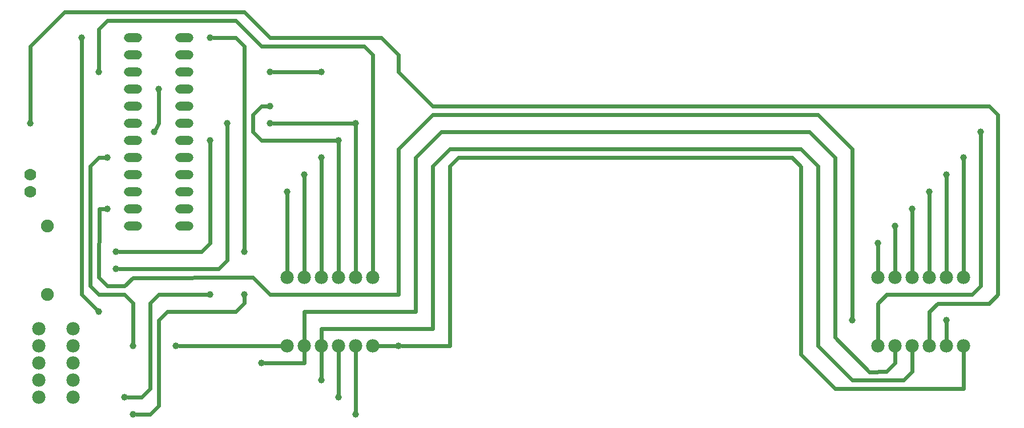
<source format=gtl>
G04 MADE WITH FRITZING*
G04 WWW.FRITZING.ORG*
G04 DOUBLE SIDED*
G04 HOLES PLATED*
G04 CONTOUR ON CENTER OF CONTOUR VECTOR*
%ASAXBY*%
%FSLAX23Y23*%
%MOIN*%
%OFA0B0*%
%SFA1.0B1.0*%
%ADD10C,0.039370*%
%ADD11C,0.078000*%
%ADD12C,0.052000*%
%ADD13C,0.075000*%
%ADD14C,0.070000*%
%ADD15C,0.024000*%
%ADD16R,0.001000X0.001000*%
%LNCOPPER1*%
G90*
G70*
G54D10*
X700Y1109D03*
X700Y1009D03*
X200Y1859D03*
X500Y2359D03*
X600Y2159D03*
X950Y2059D03*
X923Y1809D03*
X650Y1659D03*
X650Y1359D03*
X1250Y859D03*
X1450Y859D03*
X1450Y1109D03*
X800Y559D03*
X1050Y559D03*
X5000Y709D03*
X1600Y1859D03*
X2100Y1859D03*
X2000Y1759D03*
X1600Y1959D03*
X1900Y1659D03*
X1900Y2159D03*
X1600Y2159D03*
X1800Y1559D03*
X1700Y1459D03*
X5550Y709D03*
X5750Y1809D03*
X2350Y559D03*
X800Y159D03*
X750Y259D03*
X600Y759D03*
X1550Y459D03*
X2100Y159D03*
X2000Y259D03*
X1900Y359D03*
X1250Y1759D03*
X1350Y1859D03*
X5150Y1159D03*
X5250Y1259D03*
X5350Y1359D03*
X5450Y1459D03*
X5550Y1559D03*
X5650Y1659D03*
X1250Y2359D03*
G54D11*
X5150Y959D03*
X5250Y959D03*
X5350Y959D03*
X5450Y959D03*
X5550Y959D03*
X5650Y959D03*
X5150Y959D03*
X5250Y959D03*
X5350Y959D03*
X5450Y959D03*
X5550Y959D03*
X5650Y959D03*
X5650Y559D03*
X5550Y559D03*
X5450Y559D03*
X5350Y559D03*
X5250Y559D03*
X5150Y559D03*
X5650Y559D03*
X5550Y559D03*
X5450Y559D03*
X5350Y559D03*
X5250Y559D03*
X5150Y559D03*
X1700Y959D03*
X1800Y959D03*
X1900Y959D03*
X2000Y959D03*
X2100Y959D03*
X2200Y959D03*
X1700Y959D03*
X1800Y959D03*
X1900Y959D03*
X2000Y959D03*
X2100Y959D03*
X2200Y959D03*
X2200Y559D03*
X2100Y559D03*
X2000Y559D03*
X1900Y559D03*
X1800Y559D03*
X1700Y559D03*
X2200Y559D03*
X2100Y559D03*
X2000Y559D03*
X1900Y559D03*
X1800Y559D03*
X1700Y559D03*
G54D12*
X800Y2359D03*
X800Y2259D03*
X800Y1759D03*
X800Y1659D03*
X800Y2159D03*
X800Y2059D03*
X800Y1859D03*
X800Y1959D03*
X800Y1559D03*
X1100Y1559D03*
X1100Y1659D03*
X1100Y1759D03*
X1100Y1859D03*
X1100Y1959D03*
X1100Y2059D03*
X1100Y2159D03*
X1100Y2259D03*
X1100Y2359D03*
X800Y1459D03*
X800Y1359D03*
X800Y1259D03*
X1100Y1259D03*
X1100Y1359D03*
X1100Y1459D03*
X800Y2359D03*
X800Y2259D03*
X800Y1759D03*
X800Y1659D03*
X800Y2159D03*
X800Y2059D03*
X800Y1859D03*
X800Y1959D03*
X800Y1559D03*
X1100Y1559D03*
X1100Y1659D03*
X1100Y1759D03*
X1100Y1859D03*
X1100Y1959D03*
X1100Y2059D03*
X1100Y2159D03*
X1100Y2259D03*
X1100Y2359D03*
X800Y1459D03*
X800Y1359D03*
X800Y1259D03*
X1100Y1259D03*
X1100Y1359D03*
X1100Y1459D03*
G54D11*
X250Y659D03*
X250Y559D03*
X250Y459D03*
X250Y359D03*
X250Y259D03*
X450Y659D03*
X450Y559D03*
X450Y459D03*
X450Y359D03*
X450Y259D03*
G54D13*
X300Y1259D03*
X300Y859D03*
G54D14*
X200Y1459D03*
X200Y1559D03*
G54D15*
X5550Y690D02*
X5550Y589D01*
D02*
X2331Y559D02*
X2230Y559D01*
D02*
X1800Y459D02*
X1569Y459D01*
D02*
X1800Y529D02*
X1800Y459D01*
D02*
X2000Y278D02*
X2000Y529D01*
D02*
X1900Y529D02*
X1900Y378D01*
D02*
X2100Y178D02*
X2100Y529D01*
D02*
X2600Y1809D02*
X4750Y1809D01*
D02*
X2448Y759D02*
X2450Y1659D01*
D02*
X1800Y759D02*
X2448Y759D01*
D02*
X1800Y589D02*
X1800Y759D01*
D02*
X4750Y1809D02*
X4900Y1659D01*
D02*
X2450Y1659D02*
X2600Y1809D01*
D02*
X5000Y1709D02*
X5000Y728D01*
D02*
X4800Y1609D02*
X4700Y1709D01*
D02*
X2550Y1909D02*
X4800Y1909D01*
D02*
X2650Y1709D02*
X2550Y1609D01*
D02*
X2700Y1659D02*
X2650Y1609D01*
D02*
X4700Y1709D02*
X2650Y1709D01*
D02*
X650Y909D02*
X750Y909D01*
D02*
X799Y958D02*
X1500Y959D01*
D02*
X750Y909D02*
X799Y958D01*
D02*
X602Y1359D02*
X600Y959D01*
D02*
X1600Y859D02*
X2350Y859D01*
D02*
X1500Y959D02*
X1600Y859D01*
D02*
X631Y1359D02*
X602Y1359D01*
D02*
X600Y959D02*
X650Y909D01*
D02*
X2350Y859D02*
X2350Y1709D01*
X2350Y1709D02*
X2550Y1909D01*
D02*
X4800Y1909D02*
X5000Y1709D01*
D02*
X2548Y659D02*
X1900Y659D01*
X1900Y659D02*
X1900Y589D01*
D02*
X2550Y1609D02*
X2548Y659D01*
D02*
X4800Y559D02*
X4800Y1609D01*
D02*
X2648Y559D02*
X2369Y559D01*
D02*
X4650Y1659D02*
X2700Y1659D01*
D02*
X4700Y1607D02*
X4650Y1659D01*
D02*
X4700Y511D02*
X4700Y1607D01*
D02*
X5648Y311D02*
X4900Y311D01*
D02*
X4900Y311D02*
X4700Y511D01*
D02*
X5650Y529D02*
X5648Y311D01*
D02*
X2650Y1609D02*
X2648Y559D01*
D02*
X2350Y2259D02*
X2350Y2159D01*
X2350Y2159D02*
X2550Y1959D01*
D02*
X2200Y2259D02*
X2150Y2309D01*
D02*
X650Y2459D02*
X600Y2409D01*
D02*
X1600Y2359D02*
X2250Y2359D01*
D02*
X1450Y2509D02*
X1600Y2359D01*
D02*
X400Y2509D02*
X1450Y2509D01*
D02*
X550Y1609D02*
X550Y909D01*
D02*
X2200Y989D02*
X2200Y2259D01*
D02*
X800Y809D02*
X800Y578D01*
D02*
X1069Y559D02*
X1670Y559D01*
D02*
X600Y1659D02*
X550Y1609D01*
D02*
X750Y859D02*
X800Y809D01*
D02*
X550Y909D02*
X600Y859D01*
X600Y859D02*
X750Y859D01*
D02*
X600Y2409D02*
X600Y2178D01*
D02*
X1550Y2309D02*
X1400Y2459D01*
X1400Y2459D02*
X650Y2459D01*
D02*
X2150Y2309D02*
X1550Y2309D01*
D02*
X200Y1878D02*
X200Y2309D01*
X200Y2309D02*
X400Y2509D01*
D02*
X2250Y2359D02*
X2350Y2259D01*
D02*
X2550Y1959D02*
X5800Y1959D01*
X5800Y1959D02*
X5850Y1909D01*
D02*
X5448Y759D02*
X5450Y589D01*
D02*
X5848Y859D02*
X5800Y807D01*
D02*
X5800Y807D02*
X5500Y807D01*
D02*
X5500Y807D02*
X5448Y759D01*
D02*
X5850Y1909D02*
X5848Y859D01*
D02*
X1400Y2359D02*
X1450Y2309D01*
D02*
X1200Y1109D02*
X1250Y1159D01*
D02*
X1450Y2309D02*
X1450Y1128D01*
D02*
X950Y709D02*
X950Y209D01*
D02*
X1400Y759D02*
X1000Y759D01*
D02*
X950Y209D02*
X900Y159D01*
D02*
X587Y772D02*
X500Y859D01*
X500Y859D02*
X500Y2340D01*
D02*
X1450Y840D02*
X1450Y809D01*
D02*
X719Y1109D02*
X1200Y1109D01*
D02*
X1250Y1159D02*
X1250Y1740D01*
D02*
X900Y159D02*
X819Y159D01*
D02*
X1000Y759D02*
X950Y709D01*
D02*
X1269Y2359D02*
X1400Y2359D01*
D02*
X1450Y809D02*
X1400Y759D01*
D02*
X1300Y1009D02*
X719Y1009D01*
D02*
X900Y809D02*
X900Y309D01*
X900Y309D02*
X850Y259D01*
D02*
X1619Y1859D02*
X2081Y1859D01*
D02*
X850Y259D02*
X769Y259D01*
D02*
X1231Y859D02*
X950Y859D01*
X950Y859D02*
X900Y809D01*
D02*
X600Y1659D02*
X631Y1659D01*
D02*
X949Y1861D02*
X950Y2040D01*
D02*
X932Y1826D02*
X949Y1861D01*
D02*
X1350Y1840D02*
X1350Y1059D01*
X1350Y1059D02*
X1300Y1009D01*
D02*
X1500Y1809D02*
X1500Y1909D01*
X1500Y1909D02*
X1550Y1959D01*
D02*
X1900Y989D02*
X1900Y1640D01*
D02*
X1800Y989D02*
X1800Y1540D01*
D02*
X1881Y2159D02*
X1619Y2159D01*
D02*
X1550Y1959D02*
X1581Y1959D01*
D02*
X1550Y1759D02*
X1500Y1809D01*
D02*
X1981Y1759D02*
X1550Y1759D01*
D02*
X2000Y1740D02*
X2000Y989D01*
D02*
X2100Y1840D02*
X2100Y989D01*
D02*
X5300Y359D02*
X5348Y411D01*
D02*
X5000Y359D02*
X5300Y359D01*
D02*
X5348Y411D02*
X5350Y529D01*
D02*
X4800Y559D02*
X5000Y359D01*
D02*
X5200Y411D02*
X5248Y459D01*
D02*
X4900Y611D02*
X5100Y407D01*
D02*
X5100Y407D02*
X5200Y411D01*
D02*
X5248Y459D02*
X5249Y529D01*
D02*
X4900Y1659D02*
X4900Y611D01*
D02*
X5350Y1340D02*
X5350Y989D01*
D02*
X5250Y1240D02*
X5250Y989D01*
D02*
X5150Y1140D02*
X5150Y989D01*
D02*
X5148Y807D02*
X5200Y859D01*
D02*
X5700Y859D02*
X5748Y911D01*
D02*
X5200Y859D02*
X5700Y859D01*
D02*
X5748Y911D02*
X5750Y1790D01*
D02*
X5150Y589D02*
X5148Y807D01*
D02*
X1700Y989D02*
X1700Y1440D01*
D02*
X5650Y1640D02*
X5650Y989D01*
D02*
X5550Y1540D02*
X5550Y989D01*
D02*
X5450Y1440D02*
X5450Y989D01*
G54D16*
X769Y2385D02*
X830Y2385D01*
X1069Y2385D02*
X1130Y2385D01*
X765Y2384D02*
X834Y2384D01*
X1065Y2384D02*
X1134Y2384D01*
X763Y2383D02*
X836Y2383D01*
X1063Y2383D02*
X1136Y2383D01*
X761Y2382D02*
X838Y2382D01*
X1061Y2382D02*
X1138Y2382D01*
X759Y2381D02*
X839Y2381D01*
X1059Y2381D02*
X1139Y2381D01*
X758Y2380D02*
X841Y2380D01*
X1058Y2380D02*
X1141Y2380D01*
X757Y2379D02*
X842Y2379D01*
X1057Y2379D02*
X1142Y2379D01*
X756Y2378D02*
X843Y2378D01*
X1056Y2378D02*
X1143Y2378D01*
X755Y2377D02*
X844Y2377D01*
X1055Y2377D02*
X1144Y2377D01*
X754Y2376D02*
X845Y2376D01*
X1054Y2376D02*
X1145Y2376D01*
X753Y2375D02*
X795Y2375D01*
X804Y2375D02*
X846Y2375D01*
X1053Y2375D02*
X1095Y2375D01*
X1104Y2375D02*
X1146Y2375D01*
X752Y2374D02*
X792Y2374D01*
X807Y2374D02*
X846Y2374D01*
X1052Y2374D02*
X1092Y2374D01*
X1107Y2374D02*
X1146Y2374D01*
X752Y2373D02*
X790Y2373D01*
X808Y2373D02*
X847Y2373D01*
X1052Y2373D02*
X1090Y2373D01*
X1108Y2373D02*
X1147Y2373D01*
X751Y2372D02*
X789Y2372D01*
X810Y2372D02*
X848Y2372D01*
X1051Y2372D02*
X1089Y2372D01*
X1110Y2372D02*
X1148Y2372D01*
X751Y2371D02*
X788Y2371D01*
X811Y2371D02*
X848Y2371D01*
X1051Y2371D02*
X1088Y2371D01*
X1111Y2371D02*
X1148Y2371D01*
X750Y2370D02*
X787Y2370D01*
X812Y2370D02*
X849Y2370D01*
X1050Y2370D02*
X1087Y2370D01*
X1112Y2370D02*
X1149Y2370D01*
X750Y2369D02*
X786Y2369D01*
X813Y2369D02*
X849Y2369D01*
X1050Y2369D02*
X1086Y2369D01*
X1113Y2369D02*
X1149Y2369D01*
X749Y2368D02*
X785Y2368D01*
X813Y2368D02*
X849Y2368D01*
X1049Y2368D02*
X1085Y2368D01*
X1113Y2368D02*
X1149Y2368D01*
X749Y2367D02*
X785Y2367D01*
X814Y2367D02*
X850Y2367D01*
X1049Y2367D02*
X1085Y2367D01*
X1114Y2367D02*
X1150Y2367D01*
X749Y2366D02*
X784Y2366D01*
X814Y2366D02*
X850Y2366D01*
X1049Y2366D02*
X1084Y2366D01*
X1114Y2366D02*
X1150Y2366D01*
X749Y2365D02*
X784Y2365D01*
X815Y2365D02*
X850Y2365D01*
X1048Y2365D02*
X1084Y2365D01*
X1115Y2365D02*
X1150Y2365D01*
X748Y2364D02*
X784Y2364D01*
X815Y2364D02*
X850Y2364D01*
X1048Y2364D02*
X1084Y2364D01*
X1115Y2364D02*
X1150Y2364D01*
X748Y2363D02*
X783Y2363D01*
X815Y2363D02*
X851Y2363D01*
X1048Y2363D02*
X1083Y2363D01*
X1115Y2363D02*
X1151Y2363D01*
X748Y2362D02*
X783Y2362D01*
X816Y2362D02*
X851Y2362D01*
X1048Y2362D02*
X1083Y2362D01*
X1116Y2362D02*
X1151Y2362D01*
X748Y2361D02*
X783Y2361D01*
X816Y2361D02*
X851Y2361D01*
X1048Y2361D02*
X1083Y2361D01*
X1116Y2361D02*
X1151Y2361D01*
X748Y2360D02*
X783Y2360D01*
X816Y2360D02*
X851Y2360D01*
X1048Y2360D02*
X1083Y2360D01*
X1116Y2360D02*
X1151Y2360D01*
X748Y2359D02*
X783Y2359D01*
X816Y2359D02*
X851Y2359D01*
X1048Y2359D02*
X1083Y2359D01*
X1116Y2359D02*
X1151Y2359D01*
X748Y2358D02*
X783Y2358D01*
X816Y2358D02*
X851Y2358D01*
X1048Y2358D02*
X1083Y2358D01*
X1116Y2358D02*
X1151Y2358D01*
X748Y2357D02*
X783Y2357D01*
X816Y2357D02*
X851Y2357D01*
X1048Y2357D02*
X1083Y2357D01*
X1116Y2357D02*
X1151Y2357D01*
X748Y2356D02*
X783Y2356D01*
X815Y2356D02*
X851Y2356D01*
X1048Y2356D02*
X1083Y2356D01*
X1115Y2356D02*
X1151Y2356D01*
X748Y2355D02*
X784Y2355D01*
X815Y2355D02*
X850Y2355D01*
X1048Y2355D02*
X1084Y2355D01*
X1115Y2355D02*
X1150Y2355D01*
X749Y2354D02*
X784Y2354D01*
X815Y2354D02*
X850Y2354D01*
X1048Y2354D02*
X1084Y2354D01*
X1115Y2354D02*
X1150Y2354D01*
X749Y2353D02*
X784Y2353D01*
X814Y2353D02*
X850Y2353D01*
X1049Y2353D02*
X1084Y2353D01*
X1114Y2353D02*
X1150Y2353D01*
X749Y2352D02*
X785Y2352D01*
X814Y2352D02*
X850Y2352D01*
X1049Y2352D02*
X1085Y2352D01*
X1114Y2352D02*
X1150Y2352D01*
X749Y2351D02*
X785Y2351D01*
X813Y2351D02*
X849Y2351D01*
X1049Y2351D02*
X1085Y2351D01*
X1113Y2351D02*
X1149Y2351D01*
X750Y2350D02*
X786Y2350D01*
X813Y2350D02*
X849Y2350D01*
X1050Y2350D02*
X1086Y2350D01*
X1113Y2350D02*
X1149Y2350D01*
X750Y2349D02*
X787Y2349D01*
X812Y2349D02*
X849Y2349D01*
X1050Y2349D02*
X1087Y2349D01*
X1112Y2349D02*
X1149Y2349D01*
X751Y2348D02*
X788Y2348D01*
X811Y2348D02*
X848Y2348D01*
X1051Y2348D02*
X1088Y2348D01*
X1111Y2348D02*
X1148Y2348D01*
X751Y2347D02*
X789Y2347D01*
X810Y2347D02*
X848Y2347D01*
X1051Y2347D02*
X1089Y2347D01*
X1110Y2347D02*
X1148Y2347D01*
X752Y2346D02*
X790Y2346D01*
X808Y2346D02*
X847Y2346D01*
X1052Y2346D02*
X1090Y2346D01*
X1108Y2346D02*
X1147Y2346D01*
X752Y2345D02*
X792Y2345D01*
X807Y2345D02*
X846Y2345D01*
X1052Y2345D02*
X1092Y2345D01*
X1107Y2345D02*
X1146Y2345D01*
X753Y2344D02*
X795Y2344D01*
X804Y2344D02*
X846Y2344D01*
X1053Y2344D02*
X1095Y2344D01*
X1104Y2344D02*
X1146Y2344D01*
X754Y2343D02*
X845Y2343D01*
X1054Y2343D02*
X1145Y2343D01*
X755Y2342D02*
X844Y2342D01*
X1055Y2342D02*
X1144Y2342D01*
X756Y2341D02*
X843Y2341D01*
X1056Y2341D02*
X1143Y2341D01*
X757Y2340D02*
X842Y2340D01*
X1057Y2340D02*
X1142Y2340D01*
X758Y2339D02*
X841Y2339D01*
X1058Y2339D02*
X1141Y2339D01*
X759Y2338D02*
X839Y2338D01*
X1059Y2338D02*
X1139Y2338D01*
X761Y2337D02*
X838Y2337D01*
X1061Y2337D02*
X1138Y2337D01*
X763Y2336D02*
X836Y2336D01*
X1063Y2336D02*
X1136Y2336D01*
X765Y2335D02*
X834Y2335D01*
X1065Y2335D02*
X1134Y2335D01*
X769Y2334D02*
X830Y2334D01*
X1069Y2334D02*
X1130Y2334D01*
X769Y2285D02*
X830Y2285D01*
X1069Y2285D02*
X1130Y2285D01*
X765Y2284D02*
X834Y2284D01*
X1065Y2284D02*
X1134Y2284D01*
X763Y2283D02*
X836Y2283D01*
X1063Y2283D02*
X1136Y2283D01*
X761Y2282D02*
X838Y2282D01*
X1061Y2282D02*
X1138Y2282D01*
X759Y2281D02*
X839Y2281D01*
X1059Y2281D02*
X1139Y2281D01*
X758Y2280D02*
X841Y2280D01*
X1058Y2280D02*
X1141Y2280D01*
X757Y2279D02*
X842Y2279D01*
X1057Y2279D02*
X1142Y2279D01*
X756Y2278D02*
X843Y2278D01*
X1056Y2278D02*
X1143Y2278D01*
X755Y2277D02*
X844Y2277D01*
X1055Y2277D02*
X1144Y2277D01*
X754Y2276D02*
X845Y2276D01*
X1054Y2276D02*
X1145Y2276D01*
X753Y2275D02*
X795Y2275D01*
X804Y2275D02*
X846Y2275D01*
X1053Y2275D02*
X1095Y2275D01*
X1104Y2275D02*
X1146Y2275D01*
X752Y2274D02*
X792Y2274D01*
X807Y2274D02*
X846Y2274D01*
X1052Y2274D02*
X1092Y2274D01*
X1107Y2274D02*
X1146Y2274D01*
X752Y2273D02*
X790Y2273D01*
X808Y2273D02*
X847Y2273D01*
X1052Y2273D02*
X1090Y2273D01*
X1108Y2273D02*
X1147Y2273D01*
X751Y2272D02*
X789Y2272D01*
X810Y2272D02*
X848Y2272D01*
X1051Y2272D02*
X1089Y2272D01*
X1110Y2272D02*
X1148Y2272D01*
X751Y2271D02*
X788Y2271D01*
X811Y2271D02*
X848Y2271D01*
X1051Y2271D02*
X1088Y2271D01*
X1111Y2271D02*
X1148Y2271D01*
X750Y2270D02*
X787Y2270D01*
X812Y2270D02*
X849Y2270D01*
X1050Y2270D02*
X1087Y2270D01*
X1112Y2270D02*
X1149Y2270D01*
X750Y2269D02*
X786Y2269D01*
X813Y2269D02*
X849Y2269D01*
X1050Y2269D02*
X1086Y2269D01*
X1113Y2269D02*
X1149Y2269D01*
X749Y2268D02*
X785Y2268D01*
X813Y2268D02*
X849Y2268D01*
X1049Y2268D02*
X1085Y2268D01*
X1113Y2268D02*
X1149Y2268D01*
X749Y2267D02*
X785Y2267D01*
X814Y2267D02*
X850Y2267D01*
X1049Y2267D02*
X1085Y2267D01*
X1114Y2267D02*
X1150Y2267D01*
X749Y2266D02*
X784Y2266D01*
X814Y2266D02*
X850Y2266D01*
X1049Y2266D02*
X1084Y2266D01*
X1114Y2266D02*
X1150Y2266D01*
X749Y2265D02*
X784Y2265D01*
X815Y2265D02*
X850Y2265D01*
X1048Y2265D02*
X1084Y2265D01*
X1115Y2265D02*
X1150Y2265D01*
X748Y2264D02*
X784Y2264D01*
X815Y2264D02*
X850Y2264D01*
X1048Y2264D02*
X1084Y2264D01*
X1115Y2264D02*
X1150Y2264D01*
X748Y2263D02*
X783Y2263D01*
X815Y2263D02*
X851Y2263D01*
X1048Y2263D02*
X1083Y2263D01*
X1115Y2263D02*
X1151Y2263D01*
X748Y2262D02*
X783Y2262D01*
X816Y2262D02*
X851Y2262D01*
X1048Y2262D02*
X1083Y2262D01*
X1116Y2262D02*
X1151Y2262D01*
X748Y2261D02*
X783Y2261D01*
X816Y2261D02*
X851Y2261D01*
X1048Y2261D02*
X1083Y2261D01*
X1116Y2261D02*
X1151Y2261D01*
X748Y2260D02*
X783Y2260D01*
X816Y2260D02*
X851Y2260D01*
X1048Y2260D02*
X1083Y2260D01*
X1116Y2260D02*
X1151Y2260D01*
X748Y2259D02*
X783Y2259D01*
X816Y2259D02*
X851Y2259D01*
X1048Y2259D02*
X1083Y2259D01*
X1116Y2259D02*
X1151Y2259D01*
X748Y2258D02*
X783Y2258D01*
X816Y2258D02*
X851Y2258D01*
X1048Y2258D02*
X1083Y2258D01*
X1116Y2258D02*
X1151Y2258D01*
X748Y2257D02*
X783Y2257D01*
X816Y2257D02*
X851Y2257D01*
X1048Y2257D02*
X1083Y2257D01*
X1116Y2257D02*
X1151Y2257D01*
X748Y2256D02*
X783Y2256D01*
X815Y2256D02*
X851Y2256D01*
X1048Y2256D02*
X1083Y2256D01*
X1115Y2256D02*
X1151Y2256D01*
X748Y2255D02*
X784Y2255D01*
X815Y2255D02*
X850Y2255D01*
X1048Y2255D02*
X1084Y2255D01*
X1115Y2255D02*
X1150Y2255D01*
X749Y2254D02*
X784Y2254D01*
X815Y2254D02*
X850Y2254D01*
X1048Y2254D02*
X1084Y2254D01*
X1115Y2254D02*
X1150Y2254D01*
X749Y2253D02*
X784Y2253D01*
X814Y2253D02*
X850Y2253D01*
X1049Y2253D02*
X1084Y2253D01*
X1114Y2253D02*
X1150Y2253D01*
X749Y2252D02*
X785Y2252D01*
X814Y2252D02*
X850Y2252D01*
X1049Y2252D02*
X1085Y2252D01*
X1114Y2252D02*
X1150Y2252D01*
X749Y2251D02*
X785Y2251D01*
X813Y2251D02*
X849Y2251D01*
X1049Y2251D02*
X1085Y2251D01*
X1113Y2251D02*
X1149Y2251D01*
X750Y2250D02*
X786Y2250D01*
X813Y2250D02*
X849Y2250D01*
X1050Y2250D02*
X1086Y2250D01*
X1113Y2250D02*
X1149Y2250D01*
X750Y2249D02*
X787Y2249D01*
X812Y2249D02*
X849Y2249D01*
X1050Y2249D02*
X1087Y2249D01*
X1112Y2249D02*
X1149Y2249D01*
X751Y2248D02*
X788Y2248D01*
X811Y2248D02*
X848Y2248D01*
X1051Y2248D02*
X1088Y2248D01*
X1111Y2248D02*
X1148Y2248D01*
X751Y2247D02*
X789Y2247D01*
X810Y2247D02*
X848Y2247D01*
X1051Y2247D02*
X1089Y2247D01*
X1110Y2247D02*
X1148Y2247D01*
X752Y2246D02*
X790Y2246D01*
X808Y2246D02*
X847Y2246D01*
X1052Y2246D02*
X1090Y2246D01*
X1108Y2246D02*
X1147Y2246D01*
X752Y2245D02*
X792Y2245D01*
X807Y2245D02*
X846Y2245D01*
X1052Y2245D02*
X1092Y2245D01*
X1107Y2245D02*
X1146Y2245D01*
X753Y2244D02*
X795Y2244D01*
X804Y2244D02*
X846Y2244D01*
X1053Y2244D02*
X1095Y2244D01*
X1104Y2244D02*
X1146Y2244D01*
X754Y2243D02*
X845Y2243D01*
X1054Y2243D02*
X1145Y2243D01*
X755Y2242D02*
X844Y2242D01*
X1055Y2242D02*
X1144Y2242D01*
X756Y2241D02*
X843Y2241D01*
X1056Y2241D02*
X1143Y2241D01*
X757Y2240D02*
X842Y2240D01*
X1057Y2240D02*
X1142Y2240D01*
X758Y2239D02*
X841Y2239D01*
X1058Y2239D02*
X1141Y2239D01*
X759Y2238D02*
X839Y2238D01*
X1059Y2238D02*
X1139Y2238D01*
X761Y2237D02*
X838Y2237D01*
X1061Y2237D02*
X1138Y2237D01*
X763Y2236D02*
X836Y2236D01*
X1063Y2236D02*
X1136Y2236D01*
X765Y2235D02*
X834Y2235D01*
X1065Y2235D02*
X1134Y2235D01*
X769Y2234D02*
X830Y2234D01*
X1069Y2234D02*
X1130Y2234D01*
X769Y2185D02*
X830Y2185D01*
X1069Y2185D02*
X1130Y2185D01*
X765Y2184D02*
X834Y2184D01*
X1065Y2184D02*
X1134Y2184D01*
X763Y2183D02*
X836Y2183D01*
X1063Y2183D02*
X1136Y2183D01*
X761Y2182D02*
X838Y2182D01*
X1061Y2182D02*
X1138Y2182D01*
X759Y2181D02*
X839Y2181D01*
X1059Y2181D02*
X1139Y2181D01*
X758Y2180D02*
X841Y2180D01*
X1058Y2180D02*
X1141Y2180D01*
X757Y2179D02*
X842Y2179D01*
X1057Y2179D02*
X1142Y2179D01*
X756Y2178D02*
X843Y2178D01*
X1056Y2178D02*
X1143Y2178D01*
X755Y2177D02*
X844Y2177D01*
X1055Y2177D02*
X1144Y2177D01*
X754Y2176D02*
X845Y2176D01*
X1054Y2176D02*
X1145Y2176D01*
X753Y2175D02*
X795Y2175D01*
X804Y2175D02*
X846Y2175D01*
X1053Y2175D02*
X1095Y2175D01*
X1104Y2175D02*
X1146Y2175D01*
X752Y2174D02*
X792Y2174D01*
X807Y2174D02*
X846Y2174D01*
X1052Y2174D02*
X1092Y2174D01*
X1107Y2174D02*
X1146Y2174D01*
X752Y2173D02*
X790Y2173D01*
X808Y2173D02*
X847Y2173D01*
X1052Y2173D02*
X1090Y2173D01*
X1108Y2173D02*
X1147Y2173D01*
X751Y2172D02*
X789Y2172D01*
X810Y2172D02*
X848Y2172D01*
X1051Y2172D02*
X1089Y2172D01*
X1110Y2172D02*
X1148Y2172D01*
X751Y2171D02*
X788Y2171D01*
X811Y2171D02*
X848Y2171D01*
X1051Y2171D02*
X1088Y2171D01*
X1111Y2171D02*
X1148Y2171D01*
X750Y2170D02*
X787Y2170D01*
X812Y2170D02*
X849Y2170D01*
X1050Y2170D02*
X1087Y2170D01*
X1112Y2170D02*
X1149Y2170D01*
X750Y2169D02*
X786Y2169D01*
X813Y2169D02*
X849Y2169D01*
X1050Y2169D02*
X1086Y2169D01*
X1113Y2169D02*
X1149Y2169D01*
X749Y2168D02*
X785Y2168D01*
X813Y2168D02*
X849Y2168D01*
X1049Y2168D02*
X1085Y2168D01*
X1113Y2168D02*
X1149Y2168D01*
X749Y2167D02*
X785Y2167D01*
X814Y2167D02*
X850Y2167D01*
X1049Y2167D02*
X1085Y2167D01*
X1114Y2167D02*
X1150Y2167D01*
X749Y2166D02*
X784Y2166D01*
X814Y2166D02*
X850Y2166D01*
X1049Y2166D02*
X1084Y2166D01*
X1114Y2166D02*
X1150Y2166D01*
X749Y2165D02*
X784Y2165D01*
X815Y2165D02*
X850Y2165D01*
X1048Y2165D02*
X1084Y2165D01*
X1115Y2165D02*
X1150Y2165D01*
X748Y2164D02*
X784Y2164D01*
X815Y2164D02*
X850Y2164D01*
X1048Y2164D02*
X1084Y2164D01*
X1115Y2164D02*
X1150Y2164D01*
X748Y2163D02*
X783Y2163D01*
X815Y2163D02*
X851Y2163D01*
X1048Y2163D02*
X1083Y2163D01*
X1115Y2163D02*
X1151Y2163D01*
X748Y2162D02*
X783Y2162D01*
X816Y2162D02*
X851Y2162D01*
X1048Y2162D02*
X1083Y2162D01*
X1116Y2162D02*
X1151Y2162D01*
X748Y2161D02*
X783Y2161D01*
X816Y2161D02*
X851Y2161D01*
X1048Y2161D02*
X1083Y2161D01*
X1116Y2161D02*
X1151Y2161D01*
X748Y2160D02*
X783Y2160D01*
X816Y2160D02*
X851Y2160D01*
X1048Y2160D02*
X1083Y2160D01*
X1116Y2160D02*
X1151Y2160D01*
X748Y2159D02*
X783Y2159D01*
X816Y2159D02*
X851Y2159D01*
X1048Y2159D02*
X1083Y2159D01*
X1116Y2159D02*
X1151Y2159D01*
X748Y2158D02*
X783Y2158D01*
X816Y2158D02*
X851Y2158D01*
X1048Y2158D02*
X1083Y2158D01*
X1116Y2158D02*
X1151Y2158D01*
X748Y2157D02*
X783Y2157D01*
X816Y2157D02*
X851Y2157D01*
X1048Y2157D02*
X1083Y2157D01*
X1116Y2157D02*
X1151Y2157D01*
X748Y2156D02*
X783Y2156D01*
X815Y2156D02*
X851Y2156D01*
X1048Y2156D02*
X1083Y2156D01*
X1115Y2156D02*
X1151Y2156D01*
X748Y2155D02*
X784Y2155D01*
X815Y2155D02*
X850Y2155D01*
X1048Y2155D02*
X1084Y2155D01*
X1115Y2155D02*
X1150Y2155D01*
X749Y2154D02*
X784Y2154D01*
X815Y2154D02*
X850Y2154D01*
X1048Y2154D02*
X1084Y2154D01*
X1115Y2154D02*
X1150Y2154D01*
X749Y2153D02*
X784Y2153D01*
X814Y2153D02*
X850Y2153D01*
X1049Y2153D02*
X1084Y2153D01*
X1114Y2153D02*
X1150Y2153D01*
X749Y2152D02*
X785Y2152D01*
X814Y2152D02*
X850Y2152D01*
X1049Y2152D02*
X1085Y2152D01*
X1114Y2152D02*
X1150Y2152D01*
X749Y2151D02*
X785Y2151D01*
X813Y2151D02*
X849Y2151D01*
X1049Y2151D02*
X1085Y2151D01*
X1113Y2151D02*
X1149Y2151D01*
X750Y2150D02*
X786Y2150D01*
X813Y2150D02*
X849Y2150D01*
X1050Y2150D02*
X1086Y2150D01*
X1113Y2150D02*
X1149Y2150D01*
X750Y2149D02*
X787Y2149D01*
X812Y2149D02*
X849Y2149D01*
X1050Y2149D02*
X1087Y2149D01*
X1112Y2149D02*
X1149Y2149D01*
X751Y2148D02*
X788Y2148D01*
X811Y2148D02*
X848Y2148D01*
X1051Y2148D02*
X1088Y2148D01*
X1111Y2148D02*
X1148Y2148D01*
X751Y2147D02*
X789Y2147D01*
X810Y2147D02*
X848Y2147D01*
X1051Y2147D02*
X1089Y2147D01*
X1110Y2147D02*
X1148Y2147D01*
X752Y2146D02*
X790Y2146D01*
X808Y2146D02*
X847Y2146D01*
X1052Y2146D02*
X1090Y2146D01*
X1108Y2146D02*
X1147Y2146D01*
X752Y2145D02*
X792Y2145D01*
X807Y2145D02*
X846Y2145D01*
X1052Y2145D02*
X1092Y2145D01*
X1107Y2145D02*
X1146Y2145D01*
X753Y2144D02*
X795Y2144D01*
X804Y2144D02*
X846Y2144D01*
X1053Y2144D02*
X1095Y2144D01*
X1104Y2144D02*
X1146Y2144D01*
X754Y2143D02*
X845Y2143D01*
X1054Y2143D02*
X1145Y2143D01*
X755Y2142D02*
X844Y2142D01*
X1055Y2142D02*
X1144Y2142D01*
X756Y2141D02*
X843Y2141D01*
X1056Y2141D02*
X1143Y2141D01*
X757Y2140D02*
X842Y2140D01*
X1057Y2140D02*
X1142Y2140D01*
X758Y2139D02*
X841Y2139D01*
X1058Y2139D02*
X1141Y2139D01*
X759Y2138D02*
X839Y2138D01*
X1059Y2138D02*
X1139Y2138D01*
X761Y2137D02*
X838Y2137D01*
X1061Y2137D02*
X1138Y2137D01*
X763Y2136D02*
X836Y2136D01*
X1063Y2136D02*
X1136Y2136D01*
X765Y2135D02*
X834Y2135D01*
X1065Y2135D02*
X1134Y2135D01*
X769Y2134D02*
X830Y2134D01*
X1069Y2134D02*
X1130Y2134D01*
X769Y2085D02*
X830Y2085D01*
X1069Y2085D02*
X1130Y2085D01*
X765Y2084D02*
X834Y2084D01*
X1065Y2084D02*
X1134Y2084D01*
X763Y2083D02*
X836Y2083D01*
X1063Y2083D02*
X1136Y2083D01*
X761Y2082D02*
X838Y2082D01*
X1061Y2082D02*
X1138Y2082D01*
X759Y2081D02*
X840Y2081D01*
X1059Y2081D02*
X1139Y2081D01*
X758Y2080D02*
X841Y2080D01*
X1058Y2080D02*
X1141Y2080D01*
X757Y2079D02*
X842Y2079D01*
X1057Y2079D02*
X1142Y2079D01*
X756Y2078D02*
X843Y2078D01*
X1056Y2078D02*
X1143Y2078D01*
X755Y2077D02*
X844Y2077D01*
X1055Y2077D02*
X1144Y2077D01*
X754Y2076D02*
X845Y2076D01*
X1054Y2076D02*
X1145Y2076D01*
X753Y2075D02*
X795Y2075D01*
X804Y2075D02*
X846Y2075D01*
X1053Y2075D02*
X1095Y2075D01*
X1104Y2075D02*
X1146Y2075D01*
X752Y2074D02*
X792Y2074D01*
X807Y2074D02*
X846Y2074D01*
X1052Y2074D02*
X1092Y2074D01*
X1107Y2074D02*
X1146Y2074D01*
X752Y2073D02*
X790Y2073D01*
X808Y2073D02*
X847Y2073D01*
X1052Y2073D02*
X1090Y2073D01*
X1108Y2073D02*
X1147Y2073D01*
X751Y2072D02*
X789Y2072D01*
X810Y2072D02*
X848Y2072D01*
X1051Y2072D02*
X1089Y2072D01*
X1110Y2072D02*
X1148Y2072D01*
X751Y2071D02*
X788Y2071D01*
X811Y2071D02*
X848Y2071D01*
X1051Y2071D02*
X1088Y2071D01*
X1111Y2071D02*
X1148Y2071D01*
X750Y2070D02*
X787Y2070D01*
X812Y2070D02*
X849Y2070D01*
X1050Y2070D02*
X1087Y2070D01*
X1112Y2070D02*
X1149Y2070D01*
X750Y2069D02*
X786Y2069D01*
X813Y2069D02*
X849Y2069D01*
X1050Y2069D02*
X1086Y2069D01*
X1113Y2069D02*
X1149Y2069D01*
X749Y2068D02*
X785Y2068D01*
X813Y2068D02*
X849Y2068D01*
X1049Y2068D02*
X1085Y2068D01*
X1113Y2068D02*
X1149Y2068D01*
X749Y2067D02*
X785Y2067D01*
X814Y2067D02*
X850Y2067D01*
X1049Y2067D02*
X1085Y2067D01*
X1114Y2067D02*
X1150Y2067D01*
X749Y2066D02*
X784Y2066D01*
X814Y2066D02*
X850Y2066D01*
X1049Y2066D02*
X1084Y2066D01*
X1114Y2066D02*
X1150Y2066D01*
X749Y2065D02*
X784Y2065D01*
X815Y2065D02*
X850Y2065D01*
X1048Y2065D02*
X1084Y2065D01*
X1115Y2065D02*
X1150Y2065D01*
X748Y2064D02*
X784Y2064D01*
X815Y2064D02*
X850Y2064D01*
X1048Y2064D02*
X1084Y2064D01*
X1115Y2064D02*
X1150Y2064D01*
X748Y2063D02*
X783Y2063D01*
X815Y2063D02*
X851Y2063D01*
X1048Y2063D02*
X1083Y2063D01*
X1115Y2063D02*
X1151Y2063D01*
X748Y2062D02*
X783Y2062D01*
X816Y2062D02*
X851Y2062D01*
X1048Y2062D02*
X1083Y2062D01*
X1116Y2062D02*
X1151Y2062D01*
X748Y2061D02*
X783Y2061D01*
X816Y2061D02*
X851Y2061D01*
X1048Y2061D02*
X1083Y2061D01*
X1116Y2061D02*
X1151Y2061D01*
X748Y2060D02*
X783Y2060D01*
X816Y2060D02*
X851Y2060D01*
X1048Y2060D02*
X1083Y2060D01*
X1116Y2060D02*
X1151Y2060D01*
X748Y2059D02*
X783Y2059D01*
X816Y2059D02*
X851Y2059D01*
X1048Y2059D02*
X1083Y2059D01*
X1116Y2059D02*
X1151Y2059D01*
X748Y2058D02*
X783Y2058D01*
X816Y2058D02*
X851Y2058D01*
X1048Y2058D02*
X1083Y2058D01*
X1116Y2058D02*
X1151Y2058D01*
X748Y2057D02*
X783Y2057D01*
X816Y2057D02*
X851Y2057D01*
X1048Y2057D02*
X1083Y2057D01*
X1116Y2057D02*
X1151Y2057D01*
X748Y2056D02*
X783Y2056D01*
X815Y2056D02*
X851Y2056D01*
X1048Y2056D02*
X1083Y2056D01*
X1115Y2056D02*
X1151Y2056D01*
X748Y2055D02*
X784Y2055D01*
X815Y2055D02*
X850Y2055D01*
X1048Y2055D02*
X1084Y2055D01*
X1115Y2055D02*
X1150Y2055D01*
X749Y2054D02*
X784Y2054D01*
X815Y2054D02*
X850Y2054D01*
X1048Y2054D02*
X1084Y2054D01*
X1115Y2054D02*
X1150Y2054D01*
X749Y2053D02*
X784Y2053D01*
X814Y2053D02*
X850Y2053D01*
X1049Y2053D02*
X1084Y2053D01*
X1114Y2053D02*
X1150Y2053D01*
X749Y2052D02*
X785Y2052D01*
X814Y2052D02*
X850Y2052D01*
X1049Y2052D02*
X1085Y2052D01*
X1114Y2052D02*
X1150Y2052D01*
X749Y2051D02*
X785Y2051D01*
X813Y2051D02*
X849Y2051D01*
X1049Y2051D02*
X1085Y2051D01*
X1113Y2051D02*
X1149Y2051D01*
X750Y2050D02*
X786Y2050D01*
X813Y2050D02*
X849Y2050D01*
X1050Y2050D02*
X1086Y2050D01*
X1113Y2050D02*
X1149Y2050D01*
X750Y2049D02*
X787Y2049D01*
X812Y2049D02*
X849Y2049D01*
X1050Y2049D02*
X1087Y2049D01*
X1112Y2049D02*
X1149Y2049D01*
X751Y2048D02*
X788Y2048D01*
X811Y2048D02*
X848Y2048D01*
X1051Y2048D02*
X1088Y2048D01*
X1111Y2048D02*
X1148Y2048D01*
X751Y2047D02*
X789Y2047D01*
X810Y2047D02*
X848Y2047D01*
X1051Y2047D02*
X1089Y2047D01*
X1110Y2047D02*
X1148Y2047D01*
X752Y2046D02*
X790Y2046D01*
X808Y2046D02*
X847Y2046D01*
X1052Y2046D02*
X1090Y2046D01*
X1108Y2046D02*
X1147Y2046D01*
X752Y2045D02*
X792Y2045D01*
X807Y2045D02*
X846Y2045D01*
X1052Y2045D02*
X1092Y2045D01*
X1107Y2045D02*
X1146Y2045D01*
X753Y2044D02*
X795Y2044D01*
X804Y2044D02*
X846Y2044D01*
X1053Y2044D02*
X1095Y2044D01*
X1104Y2044D02*
X1146Y2044D01*
X754Y2043D02*
X845Y2043D01*
X1054Y2043D02*
X1145Y2043D01*
X755Y2042D02*
X844Y2042D01*
X1055Y2042D02*
X1144Y2042D01*
X756Y2041D02*
X843Y2041D01*
X1056Y2041D02*
X1143Y2041D01*
X757Y2040D02*
X842Y2040D01*
X1057Y2040D02*
X1142Y2040D01*
X758Y2039D02*
X841Y2039D01*
X1058Y2039D02*
X1141Y2039D01*
X759Y2038D02*
X839Y2038D01*
X1059Y2038D02*
X1139Y2038D01*
X761Y2037D02*
X838Y2037D01*
X1061Y2037D02*
X1138Y2037D01*
X763Y2036D02*
X836Y2036D01*
X1063Y2036D02*
X1136Y2036D01*
X765Y2035D02*
X833Y2035D01*
X1065Y2035D02*
X1133Y2035D01*
X769Y2034D02*
X830Y2034D01*
X1069Y2034D02*
X1130Y2034D01*
X769Y1985D02*
X830Y1985D01*
X1069Y1985D02*
X1130Y1985D01*
X765Y1984D02*
X834Y1984D01*
X1065Y1984D02*
X1134Y1984D01*
X763Y1983D02*
X836Y1983D01*
X1063Y1983D02*
X1136Y1983D01*
X761Y1982D02*
X838Y1982D01*
X1061Y1982D02*
X1138Y1982D01*
X759Y1981D02*
X840Y1981D01*
X1059Y1981D02*
X1139Y1981D01*
X758Y1980D02*
X841Y1980D01*
X1058Y1980D02*
X1141Y1980D01*
X757Y1979D02*
X842Y1979D01*
X1057Y1979D02*
X1142Y1979D01*
X756Y1978D02*
X843Y1978D01*
X1056Y1978D02*
X1143Y1978D01*
X755Y1977D02*
X844Y1977D01*
X1055Y1977D02*
X1144Y1977D01*
X754Y1976D02*
X845Y1976D01*
X1054Y1976D02*
X1145Y1976D01*
X753Y1975D02*
X795Y1975D01*
X804Y1975D02*
X846Y1975D01*
X1053Y1975D02*
X1095Y1975D01*
X1104Y1975D02*
X1146Y1975D01*
X752Y1974D02*
X792Y1974D01*
X807Y1974D02*
X846Y1974D01*
X1052Y1974D02*
X1092Y1974D01*
X1107Y1974D02*
X1146Y1974D01*
X752Y1973D02*
X790Y1973D01*
X808Y1973D02*
X847Y1973D01*
X1052Y1973D02*
X1090Y1973D01*
X1108Y1973D02*
X1147Y1973D01*
X751Y1972D02*
X789Y1972D01*
X810Y1972D02*
X848Y1972D01*
X1051Y1972D02*
X1089Y1972D01*
X1110Y1972D02*
X1148Y1972D01*
X751Y1971D02*
X788Y1971D01*
X811Y1971D02*
X848Y1971D01*
X1051Y1971D02*
X1088Y1971D01*
X1111Y1971D02*
X1148Y1971D01*
X750Y1970D02*
X787Y1970D01*
X812Y1970D02*
X849Y1970D01*
X1050Y1970D02*
X1087Y1970D01*
X1112Y1970D02*
X1149Y1970D01*
X750Y1969D02*
X786Y1969D01*
X813Y1969D02*
X849Y1969D01*
X1050Y1969D02*
X1086Y1969D01*
X1113Y1969D02*
X1149Y1969D01*
X749Y1968D02*
X785Y1968D01*
X813Y1968D02*
X849Y1968D01*
X1049Y1968D02*
X1085Y1968D01*
X1113Y1968D02*
X1149Y1968D01*
X749Y1967D02*
X785Y1967D01*
X814Y1967D02*
X850Y1967D01*
X1049Y1967D02*
X1085Y1967D01*
X1114Y1967D02*
X1150Y1967D01*
X749Y1966D02*
X784Y1966D01*
X814Y1966D02*
X850Y1966D01*
X1049Y1966D02*
X1084Y1966D01*
X1114Y1966D02*
X1150Y1966D01*
X749Y1965D02*
X784Y1965D01*
X815Y1965D02*
X850Y1965D01*
X1048Y1965D02*
X1084Y1965D01*
X1115Y1965D02*
X1150Y1965D01*
X748Y1964D02*
X784Y1964D01*
X815Y1964D02*
X850Y1964D01*
X1048Y1964D02*
X1084Y1964D01*
X1115Y1964D02*
X1150Y1964D01*
X748Y1963D02*
X783Y1963D01*
X815Y1963D02*
X851Y1963D01*
X1048Y1963D02*
X1083Y1963D01*
X1115Y1963D02*
X1151Y1963D01*
X748Y1962D02*
X783Y1962D01*
X816Y1962D02*
X851Y1962D01*
X1048Y1962D02*
X1083Y1962D01*
X1116Y1962D02*
X1151Y1962D01*
X748Y1961D02*
X783Y1961D01*
X816Y1961D02*
X851Y1961D01*
X1048Y1961D02*
X1083Y1961D01*
X1116Y1961D02*
X1151Y1961D01*
X748Y1960D02*
X783Y1960D01*
X816Y1960D02*
X851Y1960D01*
X1048Y1960D02*
X1083Y1960D01*
X1116Y1960D02*
X1151Y1960D01*
X748Y1959D02*
X783Y1959D01*
X816Y1959D02*
X851Y1959D01*
X1048Y1959D02*
X1083Y1959D01*
X1116Y1959D02*
X1151Y1959D01*
X748Y1958D02*
X783Y1958D01*
X816Y1958D02*
X851Y1958D01*
X1048Y1958D02*
X1083Y1958D01*
X1116Y1958D02*
X1151Y1958D01*
X748Y1957D02*
X783Y1957D01*
X816Y1957D02*
X851Y1957D01*
X1048Y1957D02*
X1083Y1957D01*
X1116Y1957D02*
X1151Y1957D01*
X748Y1956D02*
X783Y1956D01*
X815Y1956D02*
X851Y1956D01*
X1048Y1956D02*
X1083Y1956D01*
X1115Y1956D02*
X1151Y1956D01*
X748Y1955D02*
X784Y1955D01*
X815Y1955D02*
X850Y1955D01*
X1048Y1955D02*
X1084Y1955D01*
X1115Y1955D02*
X1150Y1955D01*
X749Y1954D02*
X784Y1954D01*
X815Y1954D02*
X850Y1954D01*
X1048Y1954D02*
X1084Y1954D01*
X1115Y1954D02*
X1150Y1954D01*
X749Y1953D02*
X784Y1953D01*
X814Y1953D02*
X850Y1953D01*
X1049Y1953D02*
X1084Y1953D01*
X1114Y1953D02*
X1150Y1953D01*
X749Y1952D02*
X785Y1952D01*
X814Y1952D02*
X850Y1952D01*
X1049Y1952D02*
X1085Y1952D01*
X1114Y1952D02*
X1150Y1952D01*
X749Y1951D02*
X785Y1951D01*
X813Y1951D02*
X849Y1951D01*
X1049Y1951D02*
X1085Y1951D01*
X1113Y1951D02*
X1149Y1951D01*
X750Y1950D02*
X786Y1950D01*
X813Y1950D02*
X849Y1950D01*
X1050Y1950D02*
X1086Y1950D01*
X1113Y1950D02*
X1149Y1950D01*
X750Y1949D02*
X787Y1949D01*
X812Y1949D02*
X849Y1949D01*
X1050Y1949D02*
X1087Y1949D01*
X1112Y1949D02*
X1149Y1949D01*
X751Y1948D02*
X788Y1948D01*
X811Y1948D02*
X848Y1948D01*
X1051Y1948D02*
X1088Y1948D01*
X1111Y1948D02*
X1148Y1948D01*
X751Y1947D02*
X789Y1947D01*
X810Y1947D02*
X848Y1947D01*
X1051Y1947D02*
X1089Y1947D01*
X1110Y1947D02*
X1148Y1947D01*
X752Y1946D02*
X790Y1946D01*
X808Y1946D02*
X847Y1946D01*
X1052Y1946D02*
X1090Y1946D01*
X1108Y1946D02*
X1147Y1946D01*
X752Y1945D02*
X792Y1945D01*
X807Y1945D02*
X846Y1945D01*
X1052Y1945D02*
X1092Y1945D01*
X1107Y1945D02*
X1146Y1945D01*
X753Y1944D02*
X795Y1944D01*
X804Y1944D02*
X846Y1944D01*
X1053Y1944D02*
X1095Y1944D01*
X1104Y1944D02*
X1146Y1944D01*
X754Y1943D02*
X845Y1943D01*
X1054Y1943D02*
X1145Y1943D01*
X755Y1942D02*
X844Y1942D01*
X1055Y1942D02*
X1144Y1942D01*
X756Y1941D02*
X843Y1941D01*
X1056Y1941D02*
X1143Y1941D01*
X757Y1940D02*
X842Y1940D01*
X1057Y1940D02*
X1142Y1940D01*
X758Y1939D02*
X841Y1939D01*
X1058Y1939D02*
X1141Y1939D01*
X759Y1938D02*
X839Y1938D01*
X1059Y1938D02*
X1139Y1938D01*
X761Y1937D02*
X838Y1937D01*
X1061Y1937D02*
X1138Y1937D01*
X763Y1936D02*
X836Y1936D01*
X1063Y1936D02*
X1136Y1936D01*
X765Y1935D02*
X833Y1935D01*
X1065Y1935D02*
X1133Y1935D01*
X769Y1934D02*
X830Y1934D01*
X1069Y1934D02*
X1130Y1934D01*
X769Y1885D02*
X830Y1885D01*
X1069Y1885D02*
X1130Y1885D01*
X765Y1884D02*
X834Y1884D01*
X1065Y1884D02*
X1134Y1884D01*
X763Y1883D02*
X836Y1883D01*
X1063Y1883D02*
X1136Y1883D01*
X761Y1882D02*
X838Y1882D01*
X1061Y1882D02*
X1138Y1882D01*
X759Y1881D02*
X840Y1881D01*
X1059Y1881D02*
X1139Y1881D01*
X758Y1880D02*
X841Y1880D01*
X1058Y1880D02*
X1141Y1880D01*
X757Y1879D02*
X842Y1879D01*
X1057Y1879D02*
X1142Y1879D01*
X756Y1878D02*
X843Y1878D01*
X1056Y1878D02*
X1143Y1878D01*
X755Y1877D02*
X844Y1877D01*
X1055Y1877D02*
X1144Y1877D01*
X754Y1876D02*
X845Y1876D01*
X1054Y1876D02*
X1145Y1876D01*
X753Y1875D02*
X795Y1875D01*
X804Y1875D02*
X846Y1875D01*
X1053Y1875D02*
X1095Y1875D01*
X1104Y1875D02*
X1146Y1875D01*
X752Y1874D02*
X792Y1874D01*
X807Y1874D02*
X846Y1874D01*
X1052Y1874D02*
X1092Y1874D01*
X1107Y1874D02*
X1146Y1874D01*
X752Y1873D02*
X790Y1873D01*
X808Y1873D02*
X847Y1873D01*
X1052Y1873D02*
X1090Y1873D01*
X1108Y1873D02*
X1147Y1873D01*
X751Y1872D02*
X789Y1872D01*
X810Y1872D02*
X848Y1872D01*
X1051Y1872D02*
X1089Y1872D01*
X1110Y1872D02*
X1148Y1872D01*
X751Y1871D02*
X788Y1871D01*
X811Y1871D02*
X848Y1871D01*
X1051Y1871D02*
X1088Y1871D01*
X1111Y1871D02*
X1148Y1871D01*
X750Y1870D02*
X787Y1870D01*
X812Y1870D02*
X849Y1870D01*
X1050Y1870D02*
X1087Y1870D01*
X1112Y1870D02*
X1149Y1870D01*
X750Y1869D02*
X786Y1869D01*
X813Y1869D02*
X849Y1869D01*
X1050Y1869D02*
X1086Y1869D01*
X1113Y1869D02*
X1149Y1869D01*
X749Y1868D02*
X785Y1868D01*
X813Y1868D02*
X849Y1868D01*
X1049Y1868D02*
X1085Y1868D01*
X1113Y1868D02*
X1149Y1868D01*
X749Y1867D02*
X785Y1867D01*
X814Y1867D02*
X850Y1867D01*
X1049Y1867D02*
X1085Y1867D01*
X1114Y1867D02*
X1150Y1867D01*
X749Y1866D02*
X784Y1866D01*
X815Y1866D02*
X850Y1866D01*
X1049Y1866D02*
X1084Y1866D01*
X1114Y1866D02*
X1150Y1866D01*
X749Y1865D02*
X784Y1865D01*
X815Y1865D02*
X850Y1865D01*
X1048Y1865D02*
X1084Y1865D01*
X1115Y1865D02*
X1150Y1865D01*
X748Y1864D02*
X784Y1864D01*
X815Y1864D02*
X850Y1864D01*
X1048Y1864D02*
X1084Y1864D01*
X1115Y1864D02*
X1150Y1864D01*
X748Y1863D02*
X783Y1863D01*
X815Y1863D02*
X851Y1863D01*
X1048Y1863D02*
X1083Y1863D01*
X1115Y1863D02*
X1151Y1863D01*
X748Y1862D02*
X783Y1862D01*
X816Y1862D02*
X851Y1862D01*
X1048Y1862D02*
X1083Y1862D01*
X1116Y1862D02*
X1151Y1862D01*
X748Y1861D02*
X783Y1861D01*
X816Y1861D02*
X851Y1861D01*
X1048Y1861D02*
X1083Y1861D01*
X1116Y1861D02*
X1151Y1861D01*
X748Y1860D02*
X783Y1860D01*
X816Y1860D02*
X851Y1860D01*
X1048Y1860D02*
X1083Y1860D01*
X1116Y1860D02*
X1151Y1860D01*
X748Y1859D02*
X783Y1859D01*
X816Y1859D02*
X851Y1859D01*
X1048Y1859D02*
X1083Y1859D01*
X1116Y1859D02*
X1151Y1859D01*
X748Y1858D02*
X783Y1858D01*
X816Y1858D02*
X851Y1858D01*
X1048Y1858D02*
X1083Y1858D01*
X1116Y1858D02*
X1151Y1858D01*
X748Y1857D02*
X783Y1857D01*
X816Y1857D02*
X851Y1857D01*
X1048Y1857D02*
X1083Y1857D01*
X1116Y1857D02*
X1151Y1857D01*
X748Y1856D02*
X783Y1856D01*
X815Y1856D02*
X851Y1856D01*
X1048Y1856D02*
X1083Y1856D01*
X1115Y1856D02*
X1151Y1856D01*
X748Y1855D02*
X784Y1855D01*
X815Y1855D02*
X850Y1855D01*
X1048Y1855D02*
X1084Y1855D01*
X1115Y1855D02*
X1150Y1855D01*
X749Y1854D02*
X784Y1854D01*
X815Y1854D02*
X850Y1854D01*
X1048Y1854D02*
X1084Y1854D01*
X1115Y1854D02*
X1150Y1854D01*
X749Y1853D02*
X784Y1853D01*
X814Y1853D02*
X850Y1853D01*
X1049Y1853D02*
X1084Y1853D01*
X1114Y1853D02*
X1150Y1853D01*
X749Y1852D02*
X785Y1852D01*
X814Y1852D02*
X850Y1852D01*
X1049Y1852D02*
X1085Y1852D01*
X1114Y1852D02*
X1150Y1852D01*
X749Y1851D02*
X785Y1851D01*
X813Y1851D02*
X849Y1851D01*
X1049Y1851D02*
X1085Y1851D01*
X1113Y1851D02*
X1149Y1851D01*
X750Y1850D02*
X786Y1850D01*
X813Y1850D02*
X849Y1850D01*
X1050Y1850D02*
X1086Y1850D01*
X1113Y1850D02*
X1149Y1850D01*
X750Y1849D02*
X787Y1849D01*
X812Y1849D02*
X849Y1849D01*
X1050Y1849D02*
X1087Y1849D01*
X1112Y1849D02*
X1149Y1849D01*
X751Y1848D02*
X788Y1848D01*
X811Y1848D02*
X848Y1848D01*
X1051Y1848D02*
X1088Y1848D01*
X1111Y1848D02*
X1148Y1848D01*
X751Y1847D02*
X789Y1847D01*
X810Y1847D02*
X848Y1847D01*
X1051Y1847D02*
X1089Y1847D01*
X1110Y1847D02*
X1148Y1847D01*
X752Y1846D02*
X790Y1846D01*
X808Y1846D02*
X847Y1846D01*
X1052Y1846D02*
X1090Y1846D01*
X1108Y1846D02*
X1147Y1846D01*
X752Y1845D02*
X792Y1845D01*
X807Y1845D02*
X846Y1845D01*
X1052Y1845D02*
X1092Y1845D01*
X1107Y1845D02*
X1146Y1845D01*
X753Y1844D02*
X795Y1844D01*
X804Y1844D02*
X846Y1844D01*
X1053Y1844D02*
X1095Y1844D01*
X1104Y1844D02*
X1146Y1844D01*
X754Y1843D02*
X845Y1843D01*
X1054Y1843D02*
X1145Y1843D01*
X755Y1842D02*
X844Y1842D01*
X1055Y1842D02*
X1144Y1842D01*
X756Y1841D02*
X843Y1841D01*
X1056Y1841D02*
X1143Y1841D01*
X757Y1840D02*
X842Y1840D01*
X1057Y1840D02*
X1142Y1840D01*
X758Y1839D02*
X841Y1839D01*
X1058Y1839D02*
X1141Y1839D01*
X759Y1838D02*
X839Y1838D01*
X1059Y1838D02*
X1139Y1838D01*
X761Y1837D02*
X838Y1837D01*
X1061Y1837D02*
X1138Y1837D01*
X763Y1836D02*
X836Y1836D01*
X1063Y1836D02*
X1136Y1836D01*
X765Y1835D02*
X833Y1835D01*
X1065Y1835D02*
X1133Y1835D01*
X769Y1834D02*
X830Y1834D01*
X1069Y1834D02*
X1130Y1834D01*
X769Y1785D02*
X830Y1785D01*
X1069Y1785D02*
X1130Y1785D01*
X765Y1784D02*
X834Y1784D01*
X1065Y1784D02*
X1134Y1784D01*
X763Y1783D02*
X836Y1783D01*
X1063Y1783D02*
X1136Y1783D01*
X761Y1782D02*
X838Y1782D01*
X1061Y1782D02*
X1138Y1782D01*
X759Y1781D02*
X840Y1781D01*
X1059Y1781D02*
X1139Y1781D01*
X758Y1780D02*
X841Y1780D01*
X1058Y1780D02*
X1141Y1780D01*
X757Y1779D02*
X842Y1779D01*
X1057Y1779D02*
X1142Y1779D01*
X756Y1778D02*
X843Y1778D01*
X1056Y1778D02*
X1143Y1778D01*
X755Y1777D02*
X844Y1777D01*
X1055Y1777D02*
X1144Y1777D01*
X754Y1776D02*
X845Y1776D01*
X1054Y1776D02*
X1145Y1776D01*
X753Y1775D02*
X795Y1775D01*
X804Y1775D02*
X846Y1775D01*
X1053Y1775D02*
X1095Y1775D01*
X1104Y1775D02*
X1146Y1775D01*
X752Y1774D02*
X792Y1774D01*
X807Y1774D02*
X846Y1774D01*
X1052Y1774D02*
X1092Y1774D01*
X1107Y1774D02*
X1146Y1774D01*
X752Y1773D02*
X790Y1773D01*
X808Y1773D02*
X847Y1773D01*
X1052Y1773D02*
X1090Y1773D01*
X1108Y1773D02*
X1147Y1773D01*
X751Y1772D02*
X789Y1772D01*
X810Y1772D02*
X848Y1772D01*
X1051Y1772D02*
X1089Y1772D01*
X1110Y1772D02*
X1148Y1772D01*
X751Y1771D02*
X788Y1771D01*
X811Y1771D02*
X848Y1771D01*
X1051Y1771D02*
X1088Y1771D01*
X1111Y1771D02*
X1148Y1771D01*
X750Y1770D02*
X787Y1770D01*
X812Y1770D02*
X849Y1770D01*
X1050Y1770D02*
X1087Y1770D01*
X1112Y1770D02*
X1149Y1770D01*
X750Y1769D02*
X786Y1769D01*
X813Y1769D02*
X849Y1769D01*
X1050Y1769D02*
X1086Y1769D01*
X1113Y1769D02*
X1149Y1769D01*
X749Y1768D02*
X785Y1768D01*
X813Y1768D02*
X849Y1768D01*
X1049Y1768D02*
X1085Y1768D01*
X1113Y1768D02*
X1149Y1768D01*
X749Y1767D02*
X785Y1767D01*
X814Y1767D02*
X850Y1767D01*
X1049Y1767D02*
X1085Y1767D01*
X1114Y1767D02*
X1150Y1767D01*
X749Y1766D02*
X784Y1766D01*
X815Y1766D02*
X850Y1766D01*
X1049Y1766D02*
X1084Y1766D01*
X1114Y1766D02*
X1150Y1766D01*
X749Y1765D02*
X784Y1765D01*
X815Y1765D02*
X850Y1765D01*
X1048Y1765D02*
X1084Y1765D01*
X1115Y1765D02*
X1150Y1765D01*
X748Y1764D02*
X784Y1764D01*
X815Y1764D02*
X850Y1764D01*
X1048Y1764D02*
X1084Y1764D01*
X1115Y1764D02*
X1150Y1764D01*
X748Y1763D02*
X783Y1763D01*
X815Y1763D02*
X851Y1763D01*
X1048Y1763D02*
X1083Y1763D01*
X1115Y1763D02*
X1151Y1763D01*
X748Y1762D02*
X783Y1762D01*
X816Y1762D02*
X851Y1762D01*
X1048Y1762D02*
X1083Y1762D01*
X1116Y1762D02*
X1151Y1762D01*
X748Y1761D02*
X783Y1761D01*
X816Y1761D02*
X851Y1761D01*
X1048Y1761D02*
X1083Y1761D01*
X1116Y1761D02*
X1151Y1761D01*
X748Y1760D02*
X783Y1760D01*
X816Y1760D02*
X851Y1760D01*
X1048Y1760D02*
X1083Y1760D01*
X1116Y1760D02*
X1151Y1760D01*
X748Y1759D02*
X783Y1759D01*
X816Y1759D02*
X851Y1759D01*
X1048Y1759D02*
X1083Y1759D01*
X1116Y1759D02*
X1151Y1759D01*
X748Y1758D02*
X783Y1758D01*
X816Y1758D02*
X851Y1758D01*
X1048Y1758D02*
X1083Y1758D01*
X1116Y1758D02*
X1151Y1758D01*
X748Y1757D02*
X783Y1757D01*
X816Y1757D02*
X851Y1757D01*
X1048Y1757D02*
X1083Y1757D01*
X1116Y1757D02*
X1151Y1757D01*
X748Y1756D02*
X783Y1756D01*
X815Y1756D02*
X851Y1756D01*
X1048Y1756D02*
X1083Y1756D01*
X1115Y1756D02*
X1151Y1756D01*
X748Y1755D02*
X784Y1755D01*
X815Y1755D02*
X850Y1755D01*
X1048Y1755D02*
X1084Y1755D01*
X1115Y1755D02*
X1150Y1755D01*
X749Y1754D02*
X784Y1754D01*
X815Y1754D02*
X850Y1754D01*
X1048Y1754D02*
X1084Y1754D01*
X1115Y1754D02*
X1150Y1754D01*
X749Y1753D02*
X784Y1753D01*
X814Y1753D02*
X850Y1753D01*
X1049Y1753D02*
X1084Y1753D01*
X1114Y1753D02*
X1150Y1753D01*
X749Y1752D02*
X785Y1752D01*
X814Y1752D02*
X850Y1752D01*
X1049Y1752D02*
X1085Y1752D01*
X1114Y1752D02*
X1150Y1752D01*
X749Y1751D02*
X785Y1751D01*
X813Y1751D02*
X849Y1751D01*
X1049Y1751D02*
X1085Y1751D01*
X1113Y1751D02*
X1149Y1751D01*
X750Y1750D02*
X786Y1750D01*
X813Y1750D02*
X849Y1750D01*
X1050Y1750D02*
X1086Y1750D01*
X1113Y1750D02*
X1149Y1750D01*
X750Y1749D02*
X787Y1749D01*
X812Y1749D02*
X849Y1749D01*
X1050Y1749D02*
X1087Y1749D01*
X1112Y1749D02*
X1149Y1749D01*
X751Y1748D02*
X788Y1748D01*
X811Y1748D02*
X848Y1748D01*
X1051Y1748D02*
X1088Y1748D01*
X1111Y1748D02*
X1148Y1748D01*
X751Y1747D02*
X789Y1747D01*
X810Y1747D02*
X848Y1747D01*
X1051Y1747D02*
X1089Y1747D01*
X1110Y1747D02*
X1148Y1747D01*
X752Y1746D02*
X790Y1746D01*
X808Y1746D02*
X847Y1746D01*
X1052Y1746D02*
X1090Y1746D01*
X1108Y1746D02*
X1147Y1746D01*
X752Y1745D02*
X792Y1745D01*
X807Y1745D02*
X846Y1745D01*
X1052Y1745D02*
X1092Y1745D01*
X1107Y1745D02*
X1146Y1745D01*
X753Y1744D02*
X795Y1744D01*
X804Y1744D02*
X846Y1744D01*
X1053Y1744D02*
X1095Y1744D01*
X1104Y1744D02*
X1146Y1744D01*
X754Y1743D02*
X845Y1743D01*
X1054Y1743D02*
X1145Y1743D01*
X755Y1742D02*
X844Y1742D01*
X1055Y1742D02*
X1144Y1742D01*
X756Y1741D02*
X843Y1741D01*
X1056Y1741D02*
X1143Y1741D01*
X757Y1740D02*
X842Y1740D01*
X1057Y1740D02*
X1142Y1740D01*
X758Y1739D02*
X841Y1739D01*
X1058Y1739D02*
X1141Y1739D01*
X759Y1738D02*
X839Y1738D01*
X1059Y1738D02*
X1139Y1738D01*
X761Y1737D02*
X838Y1737D01*
X1061Y1737D02*
X1138Y1737D01*
X763Y1736D02*
X836Y1736D01*
X1063Y1736D02*
X1136Y1736D01*
X765Y1735D02*
X833Y1735D01*
X1065Y1735D02*
X1133Y1735D01*
X769Y1734D02*
X830Y1734D01*
X1069Y1734D02*
X1130Y1734D01*
X769Y1685D02*
X830Y1685D01*
X1069Y1685D02*
X1130Y1685D01*
X765Y1684D02*
X834Y1684D01*
X1065Y1684D02*
X1134Y1684D01*
X763Y1683D02*
X836Y1683D01*
X1063Y1683D02*
X1136Y1683D01*
X761Y1682D02*
X838Y1682D01*
X1061Y1682D02*
X1138Y1682D01*
X759Y1681D02*
X840Y1681D01*
X1059Y1681D02*
X1139Y1681D01*
X758Y1680D02*
X841Y1680D01*
X1058Y1680D02*
X1141Y1680D01*
X757Y1679D02*
X842Y1679D01*
X1057Y1679D02*
X1142Y1679D01*
X756Y1678D02*
X843Y1678D01*
X1056Y1678D02*
X1143Y1678D01*
X755Y1677D02*
X844Y1677D01*
X1055Y1677D02*
X1144Y1677D01*
X754Y1676D02*
X845Y1676D01*
X1054Y1676D02*
X1145Y1676D01*
X753Y1675D02*
X795Y1675D01*
X804Y1675D02*
X846Y1675D01*
X1053Y1675D02*
X1095Y1675D01*
X1104Y1675D02*
X1146Y1675D01*
X752Y1674D02*
X792Y1674D01*
X807Y1674D02*
X846Y1674D01*
X1052Y1674D02*
X1092Y1674D01*
X1107Y1674D02*
X1146Y1674D01*
X752Y1673D02*
X790Y1673D01*
X808Y1673D02*
X847Y1673D01*
X1052Y1673D02*
X1090Y1673D01*
X1108Y1673D02*
X1147Y1673D01*
X751Y1672D02*
X789Y1672D01*
X810Y1672D02*
X848Y1672D01*
X1051Y1672D02*
X1089Y1672D01*
X1110Y1672D02*
X1148Y1672D01*
X751Y1671D02*
X788Y1671D01*
X811Y1671D02*
X848Y1671D01*
X1051Y1671D02*
X1088Y1671D01*
X1111Y1671D02*
X1148Y1671D01*
X750Y1670D02*
X787Y1670D01*
X812Y1670D02*
X849Y1670D01*
X1050Y1670D02*
X1087Y1670D01*
X1112Y1670D02*
X1149Y1670D01*
X750Y1669D02*
X786Y1669D01*
X813Y1669D02*
X849Y1669D01*
X1050Y1669D02*
X1086Y1669D01*
X1113Y1669D02*
X1149Y1669D01*
X749Y1668D02*
X785Y1668D01*
X813Y1668D02*
X849Y1668D01*
X1049Y1668D02*
X1085Y1668D01*
X1113Y1668D02*
X1149Y1668D01*
X749Y1667D02*
X785Y1667D01*
X814Y1667D02*
X850Y1667D01*
X1049Y1667D02*
X1085Y1667D01*
X1114Y1667D02*
X1150Y1667D01*
X749Y1666D02*
X784Y1666D01*
X815Y1666D02*
X850Y1666D01*
X1049Y1666D02*
X1084Y1666D01*
X1114Y1666D02*
X1150Y1666D01*
X749Y1665D02*
X784Y1665D01*
X815Y1665D02*
X850Y1665D01*
X1048Y1665D02*
X1084Y1665D01*
X1115Y1665D02*
X1150Y1665D01*
X748Y1664D02*
X784Y1664D01*
X815Y1664D02*
X850Y1664D01*
X1048Y1664D02*
X1084Y1664D01*
X1115Y1664D02*
X1150Y1664D01*
X748Y1663D02*
X783Y1663D01*
X815Y1663D02*
X851Y1663D01*
X1048Y1663D02*
X1083Y1663D01*
X1115Y1663D02*
X1151Y1663D01*
X748Y1662D02*
X783Y1662D01*
X816Y1662D02*
X851Y1662D01*
X1048Y1662D02*
X1083Y1662D01*
X1116Y1662D02*
X1151Y1662D01*
X748Y1661D02*
X783Y1661D01*
X816Y1661D02*
X851Y1661D01*
X1048Y1661D02*
X1083Y1661D01*
X1116Y1661D02*
X1151Y1661D01*
X748Y1660D02*
X783Y1660D01*
X816Y1660D02*
X851Y1660D01*
X1048Y1660D02*
X1083Y1660D01*
X1116Y1660D02*
X1151Y1660D01*
X748Y1659D02*
X783Y1659D01*
X816Y1659D02*
X851Y1659D01*
X1048Y1659D02*
X1083Y1659D01*
X1116Y1659D02*
X1151Y1659D01*
X748Y1658D02*
X783Y1658D01*
X816Y1658D02*
X851Y1658D01*
X1048Y1658D02*
X1083Y1658D01*
X1116Y1658D02*
X1151Y1658D01*
X748Y1657D02*
X783Y1657D01*
X816Y1657D02*
X851Y1657D01*
X1048Y1657D02*
X1083Y1657D01*
X1116Y1657D02*
X1151Y1657D01*
X748Y1656D02*
X783Y1656D01*
X815Y1656D02*
X851Y1656D01*
X1048Y1656D02*
X1083Y1656D01*
X1115Y1656D02*
X1151Y1656D01*
X748Y1655D02*
X784Y1655D01*
X815Y1655D02*
X850Y1655D01*
X1048Y1655D02*
X1084Y1655D01*
X1115Y1655D02*
X1150Y1655D01*
X749Y1654D02*
X784Y1654D01*
X815Y1654D02*
X850Y1654D01*
X1048Y1654D02*
X1084Y1654D01*
X1115Y1654D02*
X1150Y1654D01*
X749Y1653D02*
X784Y1653D01*
X814Y1653D02*
X850Y1653D01*
X1049Y1653D02*
X1084Y1653D01*
X1114Y1653D02*
X1150Y1653D01*
X749Y1652D02*
X785Y1652D01*
X814Y1652D02*
X850Y1652D01*
X1049Y1652D02*
X1085Y1652D01*
X1114Y1652D02*
X1150Y1652D01*
X749Y1651D02*
X785Y1651D01*
X813Y1651D02*
X849Y1651D01*
X1049Y1651D02*
X1085Y1651D01*
X1113Y1651D02*
X1149Y1651D01*
X750Y1650D02*
X786Y1650D01*
X813Y1650D02*
X849Y1650D01*
X1050Y1650D02*
X1086Y1650D01*
X1113Y1650D02*
X1149Y1650D01*
X750Y1649D02*
X787Y1649D01*
X812Y1649D02*
X849Y1649D01*
X1050Y1649D02*
X1087Y1649D01*
X1112Y1649D02*
X1149Y1649D01*
X751Y1648D02*
X788Y1648D01*
X811Y1648D02*
X848Y1648D01*
X1051Y1648D02*
X1088Y1648D01*
X1111Y1648D02*
X1148Y1648D01*
X751Y1647D02*
X789Y1647D01*
X810Y1647D02*
X848Y1647D01*
X1051Y1647D02*
X1089Y1647D01*
X1110Y1647D02*
X1148Y1647D01*
X752Y1646D02*
X790Y1646D01*
X808Y1646D02*
X847Y1646D01*
X1052Y1646D02*
X1090Y1646D01*
X1108Y1646D02*
X1147Y1646D01*
X752Y1645D02*
X792Y1645D01*
X807Y1645D02*
X846Y1645D01*
X1052Y1645D02*
X1092Y1645D01*
X1107Y1645D02*
X1146Y1645D01*
X753Y1644D02*
X795Y1644D01*
X804Y1644D02*
X846Y1644D01*
X1053Y1644D02*
X1095Y1644D01*
X1104Y1644D02*
X1146Y1644D01*
X754Y1643D02*
X845Y1643D01*
X1054Y1643D02*
X1145Y1643D01*
X755Y1642D02*
X844Y1642D01*
X1055Y1642D02*
X1144Y1642D01*
X756Y1641D02*
X843Y1641D01*
X1056Y1641D02*
X1143Y1641D01*
X757Y1640D02*
X842Y1640D01*
X1057Y1640D02*
X1142Y1640D01*
X758Y1639D02*
X841Y1639D01*
X1058Y1639D02*
X1141Y1639D01*
X759Y1638D02*
X839Y1638D01*
X1059Y1638D02*
X1139Y1638D01*
X761Y1637D02*
X838Y1637D01*
X1061Y1637D02*
X1138Y1637D01*
X763Y1636D02*
X836Y1636D01*
X1063Y1636D02*
X1136Y1636D01*
X765Y1635D02*
X833Y1635D01*
X1065Y1635D02*
X1133Y1635D01*
X769Y1634D02*
X830Y1634D01*
X1069Y1634D02*
X1130Y1634D01*
X769Y1585D02*
X830Y1585D01*
X1069Y1585D02*
X1130Y1585D01*
X765Y1584D02*
X834Y1584D01*
X1065Y1584D02*
X1134Y1584D01*
X763Y1583D02*
X836Y1583D01*
X1063Y1583D02*
X1136Y1583D01*
X761Y1582D02*
X838Y1582D01*
X1061Y1582D02*
X1138Y1582D01*
X759Y1581D02*
X840Y1581D01*
X1059Y1581D02*
X1139Y1581D01*
X758Y1580D02*
X841Y1580D01*
X1058Y1580D02*
X1141Y1580D01*
X757Y1579D02*
X842Y1579D01*
X1057Y1579D02*
X1142Y1579D01*
X756Y1578D02*
X843Y1578D01*
X1056Y1578D02*
X1143Y1578D01*
X755Y1577D02*
X844Y1577D01*
X1055Y1577D02*
X1144Y1577D01*
X754Y1576D02*
X845Y1576D01*
X1054Y1576D02*
X1145Y1576D01*
X753Y1575D02*
X795Y1575D01*
X804Y1575D02*
X846Y1575D01*
X1053Y1575D02*
X1095Y1575D01*
X1104Y1575D02*
X1146Y1575D01*
X752Y1574D02*
X792Y1574D01*
X807Y1574D02*
X846Y1574D01*
X1052Y1574D02*
X1092Y1574D01*
X1107Y1574D02*
X1146Y1574D01*
X752Y1573D02*
X790Y1573D01*
X808Y1573D02*
X847Y1573D01*
X1052Y1573D02*
X1090Y1573D01*
X1108Y1573D02*
X1147Y1573D01*
X751Y1572D02*
X789Y1572D01*
X810Y1572D02*
X848Y1572D01*
X1051Y1572D02*
X1089Y1572D01*
X1110Y1572D02*
X1148Y1572D01*
X751Y1571D02*
X788Y1571D01*
X811Y1571D02*
X848Y1571D01*
X1051Y1571D02*
X1088Y1571D01*
X1111Y1571D02*
X1148Y1571D01*
X750Y1570D02*
X787Y1570D01*
X812Y1570D02*
X849Y1570D01*
X1050Y1570D02*
X1087Y1570D01*
X1112Y1570D02*
X1149Y1570D01*
X750Y1569D02*
X786Y1569D01*
X813Y1569D02*
X849Y1569D01*
X1050Y1569D02*
X1086Y1569D01*
X1113Y1569D02*
X1149Y1569D01*
X749Y1568D02*
X785Y1568D01*
X813Y1568D02*
X849Y1568D01*
X1049Y1568D02*
X1085Y1568D01*
X1113Y1568D02*
X1149Y1568D01*
X749Y1567D02*
X785Y1567D01*
X814Y1567D02*
X850Y1567D01*
X1049Y1567D02*
X1085Y1567D01*
X1114Y1567D02*
X1150Y1567D01*
X749Y1566D02*
X784Y1566D01*
X815Y1566D02*
X850Y1566D01*
X1049Y1566D02*
X1084Y1566D01*
X1114Y1566D02*
X1150Y1566D01*
X749Y1565D02*
X784Y1565D01*
X815Y1565D02*
X850Y1565D01*
X1048Y1565D02*
X1084Y1565D01*
X1115Y1565D02*
X1150Y1565D01*
X748Y1564D02*
X784Y1564D01*
X815Y1564D02*
X850Y1564D01*
X1048Y1564D02*
X1084Y1564D01*
X1115Y1564D02*
X1150Y1564D01*
X748Y1563D02*
X783Y1563D01*
X815Y1563D02*
X851Y1563D01*
X1048Y1563D02*
X1083Y1563D01*
X1115Y1563D02*
X1151Y1563D01*
X748Y1562D02*
X783Y1562D01*
X816Y1562D02*
X851Y1562D01*
X1048Y1562D02*
X1083Y1562D01*
X1116Y1562D02*
X1151Y1562D01*
X748Y1561D02*
X783Y1561D01*
X816Y1561D02*
X851Y1561D01*
X1048Y1561D02*
X1083Y1561D01*
X1116Y1561D02*
X1151Y1561D01*
X748Y1560D02*
X783Y1560D01*
X816Y1560D02*
X851Y1560D01*
X1048Y1560D02*
X1083Y1560D01*
X1116Y1560D02*
X1151Y1560D01*
X748Y1559D02*
X783Y1559D01*
X816Y1559D02*
X851Y1559D01*
X1048Y1559D02*
X1083Y1559D01*
X1116Y1559D02*
X1151Y1559D01*
X748Y1558D02*
X783Y1558D01*
X816Y1558D02*
X851Y1558D01*
X1048Y1558D02*
X1083Y1558D01*
X1116Y1558D02*
X1151Y1558D01*
X748Y1557D02*
X783Y1557D01*
X816Y1557D02*
X851Y1557D01*
X1048Y1557D02*
X1083Y1557D01*
X1116Y1557D02*
X1151Y1557D01*
X748Y1556D02*
X783Y1556D01*
X815Y1556D02*
X851Y1556D01*
X1048Y1556D02*
X1083Y1556D01*
X1115Y1556D02*
X1151Y1556D01*
X748Y1555D02*
X784Y1555D01*
X815Y1555D02*
X850Y1555D01*
X1048Y1555D02*
X1084Y1555D01*
X1115Y1555D02*
X1150Y1555D01*
X749Y1554D02*
X784Y1554D01*
X815Y1554D02*
X850Y1554D01*
X1048Y1554D02*
X1084Y1554D01*
X1115Y1554D02*
X1150Y1554D01*
X749Y1553D02*
X784Y1553D01*
X814Y1553D02*
X850Y1553D01*
X1049Y1553D02*
X1084Y1553D01*
X1114Y1553D02*
X1150Y1553D01*
X749Y1552D02*
X785Y1552D01*
X814Y1552D02*
X850Y1552D01*
X1049Y1552D02*
X1085Y1552D01*
X1114Y1552D02*
X1150Y1552D01*
X749Y1551D02*
X785Y1551D01*
X813Y1551D02*
X849Y1551D01*
X1049Y1551D02*
X1085Y1551D01*
X1113Y1551D02*
X1149Y1551D01*
X750Y1550D02*
X786Y1550D01*
X813Y1550D02*
X849Y1550D01*
X1050Y1550D02*
X1086Y1550D01*
X1113Y1550D02*
X1149Y1550D01*
X750Y1549D02*
X787Y1549D01*
X812Y1549D02*
X849Y1549D01*
X1050Y1549D02*
X1087Y1549D01*
X1112Y1549D02*
X1149Y1549D01*
X751Y1548D02*
X788Y1548D01*
X811Y1548D02*
X848Y1548D01*
X1051Y1548D02*
X1088Y1548D01*
X1111Y1548D02*
X1148Y1548D01*
X751Y1547D02*
X789Y1547D01*
X810Y1547D02*
X848Y1547D01*
X1051Y1547D02*
X1089Y1547D01*
X1110Y1547D02*
X1148Y1547D01*
X752Y1546D02*
X790Y1546D01*
X808Y1546D02*
X847Y1546D01*
X1052Y1546D02*
X1090Y1546D01*
X1108Y1546D02*
X1147Y1546D01*
X752Y1545D02*
X792Y1545D01*
X807Y1545D02*
X846Y1545D01*
X1052Y1545D02*
X1092Y1545D01*
X1107Y1545D02*
X1146Y1545D01*
X753Y1544D02*
X795Y1544D01*
X804Y1544D02*
X846Y1544D01*
X1053Y1544D02*
X1095Y1544D01*
X1104Y1544D02*
X1146Y1544D01*
X754Y1543D02*
X845Y1543D01*
X1054Y1543D02*
X1145Y1543D01*
X755Y1542D02*
X844Y1542D01*
X1055Y1542D02*
X1144Y1542D01*
X756Y1541D02*
X843Y1541D01*
X1056Y1541D02*
X1143Y1541D01*
X757Y1540D02*
X842Y1540D01*
X1057Y1540D02*
X1142Y1540D01*
X758Y1539D02*
X841Y1539D01*
X1058Y1539D02*
X1141Y1539D01*
X759Y1538D02*
X839Y1538D01*
X1059Y1538D02*
X1139Y1538D01*
X761Y1537D02*
X838Y1537D01*
X1061Y1537D02*
X1138Y1537D01*
X763Y1536D02*
X836Y1536D01*
X1063Y1536D02*
X1136Y1536D01*
X765Y1535D02*
X833Y1535D01*
X1065Y1535D02*
X1133Y1535D01*
X769Y1534D02*
X830Y1534D01*
X1069Y1534D02*
X1130Y1534D01*
X769Y1485D02*
X830Y1485D01*
X1069Y1485D02*
X1130Y1485D01*
X765Y1484D02*
X834Y1484D01*
X1065Y1484D02*
X1134Y1484D01*
X763Y1483D02*
X836Y1483D01*
X1063Y1483D02*
X1136Y1483D01*
X761Y1482D02*
X838Y1482D01*
X1061Y1482D02*
X1138Y1482D01*
X759Y1481D02*
X840Y1481D01*
X1059Y1481D02*
X1139Y1481D01*
X758Y1480D02*
X841Y1480D01*
X1058Y1480D02*
X1141Y1480D01*
X757Y1479D02*
X842Y1479D01*
X1057Y1479D02*
X1142Y1479D01*
X756Y1478D02*
X843Y1478D01*
X1056Y1478D02*
X1143Y1478D01*
X755Y1477D02*
X844Y1477D01*
X1055Y1477D02*
X1144Y1477D01*
X754Y1476D02*
X845Y1476D01*
X1054Y1476D02*
X1145Y1476D01*
X753Y1475D02*
X795Y1475D01*
X804Y1475D02*
X846Y1475D01*
X1053Y1475D02*
X1095Y1475D01*
X1104Y1475D02*
X1146Y1475D01*
X752Y1474D02*
X792Y1474D01*
X807Y1474D02*
X846Y1474D01*
X1052Y1474D02*
X1092Y1474D01*
X1107Y1474D02*
X1146Y1474D01*
X752Y1473D02*
X790Y1473D01*
X808Y1473D02*
X847Y1473D01*
X1052Y1473D02*
X1090Y1473D01*
X1108Y1473D02*
X1147Y1473D01*
X751Y1472D02*
X789Y1472D01*
X810Y1472D02*
X848Y1472D01*
X1051Y1472D02*
X1089Y1472D01*
X1110Y1472D02*
X1148Y1472D01*
X751Y1471D02*
X788Y1471D01*
X811Y1471D02*
X848Y1471D01*
X1051Y1471D02*
X1088Y1471D01*
X1111Y1471D02*
X1148Y1471D01*
X750Y1470D02*
X787Y1470D01*
X812Y1470D02*
X849Y1470D01*
X1050Y1470D02*
X1087Y1470D01*
X1112Y1470D02*
X1149Y1470D01*
X750Y1469D02*
X786Y1469D01*
X813Y1469D02*
X849Y1469D01*
X1050Y1469D02*
X1086Y1469D01*
X1113Y1469D02*
X1149Y1469D01*
X749Y1468D02*
X785Y1468D01*
X813Y1468D02*
X849Y1468D01*
X1049Y1468D02*
X1085Y1468D01*
X1113Y1468D02*
X1149Y1468D01*
X749Y1467D02*
X785Y1467D01*
X814Y1467D02*
X850Y1467D01*
X1049Y1467D02*
X1085Y1467D01*
X1114Y1467D02*
X1150Y1467D01*
X749Y1466D02*
X784Y1466D01*
X815Y1466D02*
X850Y1466D01*
X1049Y1466D02*
X1084Y1466D01*
X1114Y1466D02*
X1150Y1466D01*
X749Y1465D02*
X784Y1465D01*
X815Y1465D02*
X850Y1465D01*
X1048Y1465D02*
X1084Y1465D01*
X1115Y1465D02*
X1150Y1465D01*
X748Y1464D02*
X784Y1464D01*
X815Y1464D02*
X850Y1464D01*
X1048Y1464D02*
X1084Y1464D01*
X1115Y1464D02*
X1150Y1464D01*
X748Y1463D02*
X783Y1463D01*
X815Y1463D02*
X851Y1463D01*
X1048Y1463D02*
X1083Y1463D01*
X1115Y1463D02*
X1151Y1463D01*
X748Y1462D02*
X783Y1462D01*
X816Y1462D02*
X851Y1462D01*
X1048Y1462D02*
X1083Y1462D01*
X1116Y1462D02*
X1151Y1462D01*
X748Y1461D02*
X783Y1461D01*
X816Y1461D02*
X851Y1461D01*
X1048Y1461D02*
X1083Y1461D01*
X1116Y1461D02*
X1151Y1461D01*
X748Y1460D02*
X783Y1460D01*
X816Y1460D02*
X851Y1460D01*
X1048Y1460D02*
X1083Y1460D01*
X1116Y1460D02*
X1151Y1460D01*
X748Y1459D02*
X783Y1459D01*
X816Y1459D02*
X851Y1459D01*
X1048Y1459D02*
X1083Y1459D01*
X1116Y1459D02*
X1151Y1459D01*
X748Y1458D02*
X783Y1458D01*
X816Y1458D02*
X851Y1458D01*
X1048Y1458D02*
X1083Y1458D01*
X1116Y1458D02*
X1151Y1458D01*
X748Y1457D02*
X783Y1457D01*
X816Y1457D02*
X851Y1457D01*
X1048Y1457D02*
X1083Y1457D01*
X1116Y1457D02*
X1151Y1457D01*
X748Y1456D02*
X783Y1456D01*
X815Y1456D02*
X851Y1456D01*
X1048Y1456D02*
X1083Y1456D01*
X1115Y1456D02*
X1151Y1456D01*
X748Y1455D02*
X784Y1455D01*
X815Y1455D02*
X850Y1455D01*
X1048Y1455D02*
X1084Y1455D01*
X1115Y1455D02*
X1150Y1455D01*
X749Y1454D02*
X784Y1454D01*
X815Y1454D02*
X850Y1454D01*
X1048Y1454D02*
X1084Y1454D01*
X1115Y1454D02*
X1150Y1454D01*
X749Y1453D02*
X784Y1453D01*
X814Y1453D02*
X850Y1453D01*
X1049Y1453D02*
X1084Y1453D01*
X1114Y1453D02*
X1150Y1453D01*
X749Y1452D02*
X785Y1452D01*
X814Y1452D02*
X850Y1452D01*
X1049Y1452D02*
X1085Y1452D01*
X1114Y1452D02*
X1150Y1452D01*
X749Y1451D02*
X785Y1451D01*
X813Y1451D02*
X849Y1451D01*
X1049Y1451D02*
X1085Y1451D01*
X1113Y1451D02*
X1149Y1451D01*
X750Y1450D02*
X786Y1450D01*
X813Y1450D02*
X849Y1450D01*
X1050Y1450D02*
X1086Y1450D01*
X1113Y1450D02*
X1149Y1450D01*
X750Y1449D02*
X787Y1449D01*
X812Y1449D02*
X849Y1449D01*
X1050Y1449D02*
X1087Y1449D01*
X1112Y1449D02*
X1149Y1449D01*
X751Y1448D02*
X788Y1448D01*
X811Y1448D02*
X848Y1448D01*
X1051Y1448D02*
X1088Y1448D01*
X1111Y1448D02*
X1148Y1448D01*
X751Y1447D02*
X789Y1447D01*
X810Y1447D02*
X848Y1447D01*
X1051Y1447D02*
X1089Y1447D01*
X1110Y1447D02*
X1148Y1447D01*
X752Y1446D02*
X790Y1446D01*
X808Y1446D02*
X847Y1446D01*
X1052Y1446D02*
X1090Y1446D01*
X1108Y1446D02*
X1147Y1446D01*
X752Y1445D02*
X792Y1445D01*
X807Y1445D02*
X846Y1445D01*
X1052Y1445D02*
X1092Y1445D01*
X1106Y1445D02*
X1146Y1445D01*
X753Y1444D02*
X795Y1444D01*
X804Y1444D02*
X846Y1444D01*
X1053Y1444D02*
X1095Y1444D01*
X1104Y1444D02*
X1146Y1444D01*
X754Y1443D02*
X845Y1443D01*
X1054Y1443D02*
X1145Y1443D01*
X755Y1442D02*
X844Y1442D01*
X1055Y1442D02*
X1144Y1442D01*
X756Y1441D02*
X843Y1441D01*
X1056Y1441D02*
X1143Y1441D01*
X757Y1440D02*
X842Y1440D01*
X1057Y1440D02*
X1142Y1440D01*
X758Y1439D02*
X841Y1439D01*
X1058Y1439D02*
X1141Y1439D01*
X759Y1438D02*
X839Y1438D01*
X1059Y1438D02*
X1139Y1438D01*
X761Y1437D02*
X838Y1437D01*
X1061Y1437D02*
X1138Y1437D01*
X763Y1436D02*
X836Y1436D01*
X1063Y1436D02*
X1136Y1436D01*
X765Y1435D02*
X833Y1435D01*
X1065Y1435D02*
X1133Y1435D01*
X769Y1434D02*
X830Y1434D01*
X1069Y1434D02*
X1130Y1434D01*
X769Y1385D02*
X830Y1385D01*
X1069Y1385D02*
X1130Y1385D01*
X765Y1384D02*
X834Y1384D01*
X1065Y1384D02*
X1134Y1384D01*
X763Y1383D02*
X836Y1383D01*
X1063Y1383D02*
X1136Y1383D01*
X761Y1382D02*
X838Y1382D01*
X1061Y1382D02*
X1138Y1382D01*
X759Y1381D02*
X840Y1381D01*
X1059Y1381D02*
X1139Y1381D01*
X758Y1380D02*
X841Y1380D01*
X1058Y1380D02*
X1141Y1380D01*
X757Y1379D02*
X842Y1379D01*
X1057Y1379D02*
X1142Y1379D01*
X756Y1378D02*
X843Y1378D01*
X1056Y1378D02*
X1143Y1378D01*
X755Y1377D02*
X844Y1377D01*
X1055Y1377D02*
X1144Y1377D01*
X754Y1376D02*
X845Y1376D01*
X1054Y1376D02*
X1145Y1376D01*
X753Y1375D02*
X795Y1375D01*
X804Y1375D02*
X846Y1375D01*
X1053Y1375D02*
X1095Y1375D01*
X1104Y1375D02*
X1146Y1375D01*
X752Y1374D02*
X792Y1374D01*
X807Y1374D02*
X846Y1374D01*
X1052Y1374D02*
X1092Y1374D01*
X1107Y1374D02*
X1146Y1374D01*
X752Y1373D02*
X790Y1373D01*
X808Y1373D02*
X847Y1373D01*
X1052Y1373D02*
X1090Y1373D01*
X1108Y1373D02*
X1147Y1373D01*
X751Y1372D02*
X789Y1372D01*
X810Y1372D02*
X848Y1372D01*
X1051Y1372D02*
X1089Y1372D01*
X1110Y1372D02*
X1148Y1372D01*
X751Y1371D02*
X788Y1371D01*
X811Y1371D02*
X848Y1371D01*
X1051Y1371D02*
X1088Y1371D01*
X1111Y1371D02*
X1148Y1371D01*
X750Y1370D02*
X787Y1370D01*
X812Y1370D02*
X849Y1370D01*
X1050Y1370D02*
X1087Y1370D01*
X1112Y1370D02*
X1149Y1370D01*
X750Y1369D02*
X786Y1369D01*
X813Y1369D02*
X849Y1369D01*
X1050Y1369D02*
X1086Y1369D01*
X1113Y1369D02*
X1149Y1369D01*
X749Y1368D02*
X785Y1368D01*
X813Y1368D02*
X849Y1368D01*
X1049Y1368D02*
X1085Y1368D01*
X1113Y1368D02*
X1149Y1368D01*
X749Y1367D02*
X785Y1367D01*
X814Y1367D02*
X850Y1367D01*
X1049Y1367D02*
X1085Y1367D01*
X1114Y1367D02*
X1150Y1367D01*
X749Y1366D02*
X784Y1366D01*
X815Y1366D02*
X850Y1366D01*
X1049Y1366D02*
X1084Y1366D01*
X1114Y1366D02*
X1150Y1366D01*
X749Y1365D02*
X784Y1365D01*
X815Y1365D02*
X850Y1365D01*
X1048Y1365D02*
X1084Y1365D01*
X1115Y1365D02*
X1150Y1365D01*
X748Y1364D02*
X784Y1364D01*
X815Y1364D02*
X850Y1364D01*
X1048Y1364D02*
X1084Y1364D01*
X1115Y1364D02*
X1150Y1364D01*
X748Y1363D02*
X783Y1363D01*
X815Y1363D02*
X851Y1363D01*
X1048Y1363D02*
X1083Y1363D01*
X1115Y1363D02*
X1151Y1363D01*
X748Y1362D02*
X783Y1362D01*
X816Y1362D02*
X851Y1362D01*
X1048Y1362D02*
X1083Y1362D01*
X1116Y1362D02*
X1151Y1362D01*
X748Y1361D02*
X783Y1361D01*
X816Y1361D02*
X851Y1361D01*
X1048Y1361D02*
X1083Y1361D01*
X1116Y1361D02*
X1151Y1361D01*
X748Y1360D02*
X783Y1360D01*
X816Y1360D02*
X851Y1360D01*
X1048Y1360D02*
X1083Y1360D01*
X1116Y1360D02*
X1151Y1360D01*
X748Y1359D02*
X783Y1359D01*
X816Y1359D02*
X851Y1359D01*
X1048Y1359D02*
X1083Y1359D01*
X1116Y1359D02*
X1151Y1359D01*
X748Y1358D02*
X783Y1358D01*
X816Y1358D02*
X851Y1358D01*
X1048Y1358D02*
X1083Y1358D01*
X1116Y1358D02*
X1151Y1358D01*
X748Y1357D02*
X783Y1357D01*
X816Y1357D02*
X851Y1357D01*
X1048Y1357D02*
X1083Y1357D01*
X1116Y1357D02*
X1151Y1357D01*
X748Y1356D02*
X783Y1356D01*
X815Y1356D02*
X851Y1356D01*
X1048Y1356D02*
X1083Y1356D01*
X1115Y1356D02*
X1151Y1356D01*
X748Y1355D02*
X784Y1355D01*
X815Y1355D02*
X850Y1355D01*
X1048Y1355D02*
X1084Y1355D01*
X1115Y1355D02*
X1150Y1355D01*
X749Y1354D02*
X784Y1354D01*
X815Y1354D02*
X850Y1354D01*
X1048Y1354D02*
X1084Y1354D01*
X1115Y1354D02*
X1150Y1354D01*
X749Y1353D02*
X784Y1353D01*
X814Y1353D02*
X850Y1353D01*
X1049Y1353D02*
X1084Y1353D01*
X1114Y1353D02*
X1150Y1353D01*
X749Y1352D02*
X785Y1352D01*
X814Y1352D02*
X850Y1352D01*
X1049Y1352D02*
X1085Y1352D01*
X1114Y1352D02*
X1150Y1352D01*
X749Y1351D02*
X785Y1351D01*
X813Y1351D02*
X849Y1351D01*
X1049Y1351D02*
X1085Y1351D01*
X1113Y1351D02*
X1149Y1351D01*
X750Y1350D02*
X786Y1350D01*
X813Y1350D02*
X849Y1350D01*
X1050Y1350D02*
X1086Y1350D01*
X1113Y1350D02*
X1149Y1350D01*
X750Y1349D02*
X787Y1349D01*
X812Y1349D02*
X849Y1349D01*
X1050Y1349D02*
X1087Y1349D01*
X1112Y1349D02*
X1149Y1349D01*
X751Y1348D02*
X788Y1348D01*
X811Y1348D02*
X848Y1348D01*
X1051Y1348D02*
X1088Y1348D01*
X1111Y1348D02*
X1148Y1348D01*
X751Y1347D02*
X789Y1347D01*
X810Y1347D02*
X848Y1347D01*
X1051Y1347D02*
X1089Y1347D01*
X1110Y1347D02*
X1148Y1347D01*
X752Y1346D02*
X790Y1346D01*
X808Y1346D02*
X847Y1346D01*
X1052Y1346D02*
X1090Y1346D01*
X1108Y1346D02*
X1147Y1346D01*
X752Y1345D02*
X792Y1345D01*
X807Y1345D02*
X846Y1345D01*
X1052Y1345D02*
X1092Y1345D01*
X1106Y1345D02*
X1146Y1345D01*
X753Y1344D02*
X795Y1344D01*
X804Y1344D02*
X846Y1344D01*
X1053Y1344D02*
X1095Y1344D01*
X1104Y1344D02*
X1146Y1344D01*
X754Y1343D02*
X845Y1343D01*
X1054Y1343D02*
X1145Y1343D01*
X755Y1342D02*
X844Y1342D01*
X1055Y1342D02*
X1144Y1342D01*
X756Y1341D02*
X843Y1341D01*
X1056Y1341D02*
X1143Y1341D01*
X757Y1340D02*
X842Y1340D01*
X1057Y1340D02*
X1142Y1340D01*
X758Y1339D02*
X841Y1339D01*
X1058Y1339D02*
X1141Y1339D01*
X759Y1338D02*
X839Y1338D01*
X1059Y1338D02*
X1139Y1338D01*
X761Y1337D02*
X838Y1337D01*
X1061Y1337D02*
X1138Y1337D01*
X763Y1336D02*
X836Y1336D01*
X1063Y1336D02*
X1136Y1336D01*
X765Y1335D02*
X833Y1335D01*
X1065Y1335D02*
X1133Y1335D01*
X769Y1334D02*
X830Y1334D01*
X1069Y1334D02*
X1130Y1334D01*
X769Y1285D02*
X830Y1285D01*
X1069Y1285D02*
X1130Y1285D01*
X765Y1284D02*
X834Y1284D01*
X1065Y1284D02*
X1134Y1284D01*
X763Y1283D02*
X836Y1283D01*
X1063Y1283D02*
X1136Y1283D01*
X761Y1282D02*
X838Y1282D01*
X1061Y1282D02*
X1138Y1282D01*
X759Y1281D02*
X840Y1281D01*
X1059Y1281D02*
X1139Y1281D01*
X758Y1280D02*
X841Y1280D01*
X1058Y1280D02*
X1141Y1280D01*
X757Y1279D02*
X842Y1279D01*
X1057Y1279D02*
X1142Y1279D01*
X756Y1278D02*
X843Y1278D01*
X1056Y1278D02*
X1143Y1278D01*
X755Y1277D02*
X844Y1277D01*
X1055Y1277D02*
X1144Y1277D01*
X754Y1276D02*
X845Y1276D01*
X1054Y1276D02*
X1145Y1276D01*
X753Y1275D02*
X795Y1275D01*
X804Y1275D02*
X846Y1275D01*
X1053Y1275D02*
X1095Y1275D01*
X1104Y1275D02*
X1146Y1275D01*
X752Y1274D02*
X792Y1274D01*
X807Y1274D02*
X846Y1274D01*
X1052Y1274D02*
X1092Y1274D01*
X1107Y1274D02*
X1146Y1274D01*
X752Y1273D02*
X790Y1273D01*
X808Y1273D02*
X847Y1273D01*
X1052Y1273D02*
X1090Y1273D01*
X1108Y1273D02*
X1147Y1273D01*
X751Y1272D02*
X789Y1272D01*
X810Y1272D02*
X848Y1272D01*
X1051Y1272D02*
X1089Y1272D01*
X1110Y1272D02*
X1148Y1272D01*
X751Y1271D02*
X788Y1271D01*
X811Y1271D02*
X848Y1271D01*
X1051Y1271D02*
X1088Y1271D01*
X1111Y1271D02*
X1148Y1271D01*
X750Y1270D02*
X787Y1270D01*
X812Y1270D02*
X849Y1270D01*
X1050Y1270D02*
X1087Y1270D01*
X1112Y1270D02*
X1149Y1270D01*
X750Y1269D02*
X786Y1269D01*
X813Y1269D02*
X849Y1269D01*
X1050Y1269D02*
X1086Y1269D01*
X1113Y1269D02*
X1149Y1269D01*
X749Y1268D02*
X785Y1268D01*
X813Y1268D02*
X849Y1268D01*
X1049Y1268D02*
X1085Y1268D01*
X1113Y1268D02*
X1149Y1268D01*
X749Y1267D02*
X785Y1267D01*
X814Y1267D02*
X850Y1267D01*
X1049Y1267D02*
X1085Y1267D01*
X1114Y1267D02*
X1150Y1267D01*
X749Y1266D02*
X784Y1266D01*
X815Y1266D02*
X850Y1266D01*
X1049Y1266D02*
X1084Y1266D01*
X1114Y1266D02*
X1150Y1266D01*
X749Y1265D02*
X784Y1265D01*
X815Y1265D02*
X850Y1265D01*
X1048Y1265D02*
X1084Y1265D01*
X1115Y1265D02*
X1150Y1265D01*
X748Y1264D02*
X784Y1264D01*
X815Y1264D02*
X850Y1264D01*
X1048Y1264D02*
X1084Y1264D01*
X1115Y1264D02*
X1150Y1264D01*
X748Y1263D02*
X783Y1263D01*
X815Y1263D02*
X851Y1263D01*
X1048Y1263D02*
X1083Y1263D01*
X1115Y1263D02*
X1151Y1263D01*
X748Y1262D02*
X783Y1262D01*
X816Y1262D02*
X851Y1262D01*
X1048Y1262D02*
X1083Y1262D01*
X1116Y1262D02*
X1151Y1262D01*
X748Y1261D02*
X783Y1261D01*
X816Y1261D02*
X851Y1261D01*
X1048Y1261D02*
X1083Y1261D01*
X1116Y1261D02*
X1151Y1261D01*
X748Y1260D02*
X783Y1260D01*
X816Y1260D02*
X851Y1260D01*
X1048Y1260D02*
X1083Y1260D01*
X1116Y1260D02*
X1151Y1260D01*
X748Y1259D02*
X783Y1259D01*
X816Y1259D02*
X851Y1259D01*
X1048Y1259D02*
X1083Y1259D01*
X1116Y1259D02*
X1151Y1259D01*
X748Y1258D02*
X783Y1258D01*
X816Y1258D02*
X851Y1258D01*
X1048Y1258D02*
X1083Y1258D01*
X1116Y1258D02*
X1151Y1258D01*
X748Y1257D02*
X783Y1257D01*
X816Y1257D02*
X851Y1257D01*
X1048Y1257D02*
X1083Y1257D01*
X1116Y1257D02*
X1151Y1257D01*
X748Y1256D02*
X783Y1256D01*
X815Y1256D02*
X851Y1256D01*
X1048Y1256D02*
X1083Y1256D01*
X1115Y1256D02*
X1151Y1256D01*
X748Y1255D02*
X784Y1255D01*
X815Y1255D02*
X850Y1255D01*
X1048Y1255D02*
X1084Y1255D01*
X1115Y1255D02*
X1150Y1255D01*
X749Y1254D02*
X784Y1254D01*
X815Y1254D02*
X850Y1254D01*
X1048Y1254D02*
X1084Y1254D01*
X1115Y1254D02*
X1150Y1254D01*
X749Y1253D02*
X784Y1253D01*
X814Y1253D02*
X850Y1253D01*
X1049Y1253D02*
X1084Y1253D01*
X1114Y1253D02*
X1150Y1253D01*
X749Y1252D02*
X785Y1252D01*
X814Y1252D02*
X850Y1252D01*
X1049Y1252D02*
X1085Y1252D01*
X1114Y1252D02*
X1150Y1252D01*
X749Y1251D02*
X785Y1251D01*
X813Y1251D02*
X849Y1251D01*
X1049Y1251D02*
X1085Y1251D01*
X1113Y1251D02*
X1149Y1251D01*
X750Y1250D02*
X786Y1250D01*
X813Y1250D02*
X849Y1250D01*
X1050Y1250D02*
X1086Y1250D01*
X1113Y1250D02*
X1149Y1250D01*
X750Y1249D02*
X787Y1249D01*
X812Y1249D02*
X849Y1249D01*
X1050Y1249D02*
X1087Y1249D01*
X1112Y1249D02*
X1149Y1249D01*
X751Y1248D02*
X788Y1248D01*
X811Y1248D02*
X848Y1248D01*
X1051Y1248D02*
X1088Y1248D01*
X1111Y1248D02*
X1148Y1248D01*
X751Y1247D02*
X789Y1247D01*
X810Y1247D02*
X848Y1247D01*
X1051Y1247D02*
X1089Y1247D01*
X1110Y1247D02*
X1148Y1247D01*
X752Y1246D02*
X790Y1246D01*
X808Y1246D02*
X847Y1246D01*
X1052Y1246D02*
X1090Y1246D01*
X1108Y1246D02*
X1147Y1246D01*
X752Y1245D02*
X792Y1245D01*
X807Y1245D02*
X846Y1245D01*
X1052Y1245D02*
X1092Y1245D01*
X1106Y1245D02*
X1146Y1245D01*
X753Y1244D02*
X795Y1244D01*
X804Y1244D02*
X846Y1244D01*
X1053Y1244D02*
X1095Y1244D01*
X1104Y1244D02*
X1146Y1244D01*
X754Y1243D02*
X845Y1243D01*
X1054Y1243D02*
X1145Y1243D01*
X755Y1242D02*
X844Y1242D01*
X1055Y1242D02*
X1144Y1242D01*
X756Y1241D02*
X843Y1241D01*
X1056Y1241D02*
X1143Y1241D01*
X757Y1240D02*
X842Y1240D01*
X1057Y1240D02*
X1142Y1240D01*
X758Y1239D02*
X841Y1239D01*
X1058Y1239D02*
X1141Y1239D01*
X759Y1238D02*
X839Y1238D01*
X1059Y1238D02*
X1139Y1238D01*
X761Y1237D02*
X838Y1237D01*
X1061Y1237D02*
X1138Y1237D01*
X763Y1236D02*
X836Y1236D01*
X1063Y1236D02*
X1136Y1236D01*
X765Y1235D02*
X833Y1235D01*
X1065Y1235D02*
X1133Y1235D01*
X769Y1234D02*
X830Y1234D01*
X1069Y1234D02*
X1130Y1234D01*
D02*
G04 End of Copper1*
M02*
</source>
